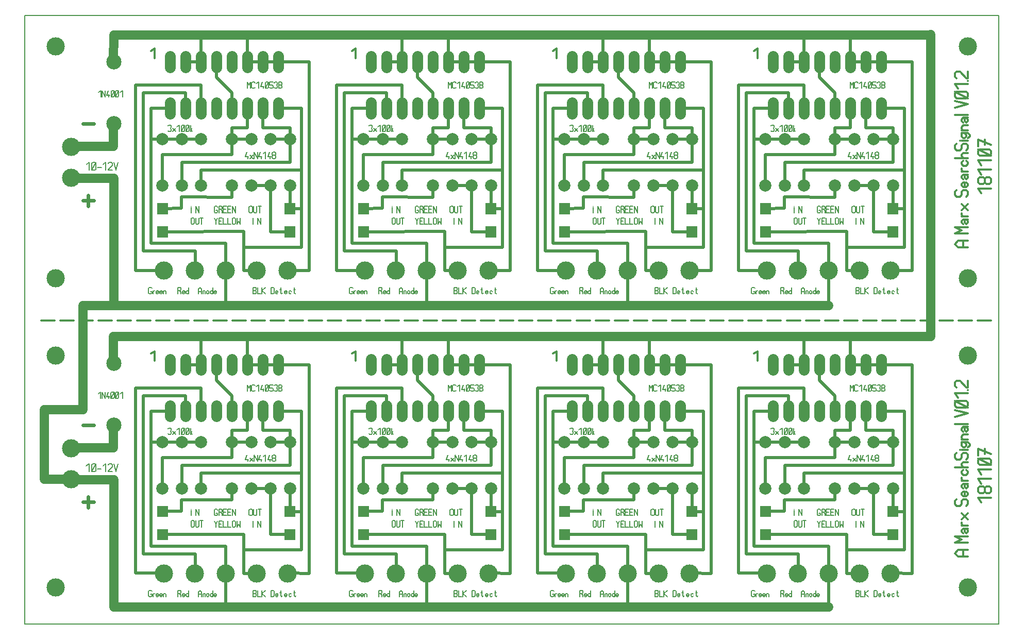
<source format=gbr>
%FSLAX32Y32*%
%MOMM*%
%LNKUPFERSEITE2*%
G71*
G01*
%ADD10C, 0.20*%
%ADD11C, 0.30*%
%ADD12C, 1.80*%
%ADD13C, 2.00*%
%ADD14C, 0.50*%
%ADD15C, 0.16*%
%ADD16C, 1.50*%
%ADD17C, 0.34*%
%ADD18C, 0.60*%
%ADD19C, 3.00*%
%ADD20C, 2.50*%
%ADD21C, 3.00*%
%LPD*%
G54D10*
X0Y0D02*
X16000Y0D01*
X16000Y10000D01*
X0Y10000D01*
X0Y0D01*
G54D11*
X268Y4991D02*
X488Y4991D01*
G54D11*
X582Y4991D02*
X802Y4991D01*
G54D11*
X896Y4991D02*
X1116Y4991D01*
G54D11*
X1210Y4991D02*
X1430Y4991D01*
G54D11*
X1524Y4991D02*
X1744Y4991D01*
G54D11*
X1838Y4991D02*
X2058Y4991D01*
G54D11*
X2152Y4991D02*
X2372Y4991D01*
G54D11*
X2466Y4991D02*
X2686Y4991D01*
G54D11*
X2780Y4991D02*
X3000Y4991D01*
G54D11*
X3094Y4991D02*
X3314Y4991D01*
G54D11*
X3408Y4991D02*
X3628Y4991D01*
G54D11*
X3722Y4991D02*
X3942Y4991D01*
G54D11*
X4036Y4991D02*
X4256Y4991D01*
G54D11*
X4350Y4991D02*
X4570Y4991D01*
G54D11*
X4664Y4991D02*
X4884Y4991D01*
G54D11*
X4978Y4991D02*
X5198Y4991D01*
G54D11*
X5292Y4991D02*
X5512Y4991D01*
G54D11*
X5606Y4991D02*
X5826Y4991D01*
G54D11*
X5920Y4991D02*
X6140Y4991D01*
G54D11*
X6234Y4991D02*
X6454Y4991D01*
G54D11*
X6548Y4991D02*
X6768Y4991D01*
G54D11*
X6862Y4991D02*
X7082Y4991D01*
G54D11*
X7176Y4991D02*
X7396Y4991D01*
G54D11*
X7490Y4991D02*
X7710Y4991D01*
G54D11*
X7804Y4991D02*
X8024Y4991D01*
G54D11*
X8118Y4991D02*
X8338Y4991D01*
G54D11*
X8432Y4991D02*
X8652Y4991D01*
G54D11*
X8746Y4991D02*
X8966Y4991D01*
G54D11*
X9060Y4991D02*
X9280Y4991D01*
G54D11*
X9374Y4991D02*
X9594Y4991D01*
G54D11*
X9688Y4991D02*
X9908Y4991D01*
G54D11*
X10002Y4991D02*
X10222Y4991D01*
G54D11*
X10316Y4991D02*
X10536Y4991D01*
G54D11*
X10630Y4991D02*
X10850Y4991D01*
G54D11*
X10944Y4991D02*
X11164Y4991D01*
G54D11*
X11258Y4991D02*
X11478Y4991D01*
G54D11*
X11572Y4991D02*
X11792Y4991D01*
G54D11*
X11886Y4991D02*
X12106Y4991D01*
G54D11*
X12200Y4991D02*
X12420Y4991D01*
G54D11*
X12514Y4991D02*
X12734Y4991D01*
G54D11*
X12828Y4991D02*
X13048Y4991D01*
G54D11*
X13142Y4991D02*
X13362Y4991D01*
G54D11*
X13456Y4991D02*
X13676Y4991D01*
G54D11*
X13770Y4991D02*
X13990Y4991D01*
G54D11*
X14084Y4991D02*
X14304Y4991D01*
G54D11*
X14398Y4991D02*
X14618Y4991D01*
G54D11*
X14712Y4991D02*
X14932Y4991D01*
G54D11*
X15026Y4991D02*
X15246Y4991D01*
G54D11*
X15340Y4991D02*
X15560Y4991D01*
G54D11*
X15654Y4991D02*
X15874Y4991D01*
G54D12*
X2639Y9329D02*
X2639Y9149D01*
G54D12*
X2893Y9329D02*
X2893Y9149D01*
G54D12*
X3147Y9329D02*
X3147Y9149D01*
G54D12*
X3655Y9329D02*
X3655Y9149D01*
G54D12*
X3909Y9329D02*
X3909Y9149D01*
G54D12*
X3655Y9329D02*
X3655Y9149D01*
G54D12*
X3401Y9329D02*
X3401Y9149D01*
G54D12*
X2385Y9329D02*
X2385Y9149D01*
G54D12*
X2385Y8567D02*
X2385Y8387D01*
G54D12*
X2639Y8567D02*
X2639Y8387D01*
G54D12*
X2893Y8567D02*
X2893Y8387D01*
G54D12*
X3147Y8567D02*
X3147Y8387D01*
G54D12*
X3401Y8567D02*
X3401Y8387D01*
G54D12*
X3655Y8567D02*
X3655Y8387D01*
G54D12*
X3909Y8567D02*
X3909Y8387D01*
G54D12*
X4163Y9329D02*
X4163Y9149D01*
G54D12*
X4163Y8567D02*
X4163Y8387D01*
X2258Y7969D02*
G54D13*
D03*
X2576Y7207D02*
G54D13*
D03*
X2893Y7207D02*
G54D13*
D03*
X2576Y7969D02*
G54D13*
D03*
X2893Y7969D02*
G54D13*
D03*
X2258Y7207D02*
G54D13*
D03*
X3402Y7969D02*
G54D13*
D03*
X3719Y7969D02*
G54D13*
D03*
X3401Y7207D02*
G54D13*
D03*
X4034Y7969D02*
G54D13*
D03*
X3718Y7207D02*
G54D13*
D03*
X4353Y7969D02*
G54D13*
D03*
X4036Y7207D02*
G54D13*
D03*
G54D14*
X3147Y9239D02*
X3147Y8985D01*
X3401Y8731D01*
X3401Y8477D01*
G54D14*
X2639Y9239D02*
X2893Y9239D01*
G54D14*
X2893Y7207D02*
X2893Y7461D01*
X4544Y7461D01*
X4544Y8477D01*
X4163Y8477D01*
X4354Y7207D02*
G54D13*
D03*
G54D14*
X2258Y7969D02*
X2893Y7969D01*
G54D14*
X2575Y7207D02*
X2575Y7588D01*
X4353Y7588D01*
X4353Y7969D01*
X4036Y7969D01*
G54D14*
X2258Y7207D02*
X2258Y7715D01*
X3401Y7715D01*
X3401Y7969D01*
X3719Y7969D01*
G54D14*
X4036Y7207D02*
X3719Y7207D01*
G54D14*
X3655Y8477D02*
X3655Y8159D01*
X3401Y8159D01*
X3401Y7969D01*
G54D14*
X3909Y8477D02*
X3909Y8159D01*
X4353Y8159D01*
X4353Y8033D01*
G54D14*
X4036Y7207D02*
X4036Y6447D01*
X4353Y6447D01*
G54D14*
X4353Y7207D02*
X4353Y6826D01*
G54D14*
X4417Y6826D02*
X4544Y6826D01*
G54D14*
X4544Y7461D02*
X4544Y6193D01*
X3590Y6194D01*
X3591Y6450D01*
X2258Y6447D01*
G36*
X2169Y6916D02*
X2349Y6916D01*
X2349Y6736D01*
X2169Y6736D01*
X2169Y6916D01*
G37*
G36*
X2170Y6534D02*
X2350Y6534D01*
X2350Y6354D01*
X2170Y6354D01*
X2170Y6534D01*
G37*
G36*
X4263Y6916D02*
X4443Y6916D01*
X4443Y6736D01*
X4263Y6736D01*
X4263Y6916D01*
G37*
G36*
X4263Y6535D02*
X4443Y6535D01*
X4443Y6355D01*
X4263Y6355D01*
X4263Y6535D01*
G37*
G54D14*
X2795Y5807D02*
X2795Y6128D01*
X1941Y6129D01*
X1941Y8731D01*
X2639Y8731D01*
X2639Y8477D01*
G54D14*
X2255Y5812D02*
X1813Y5812D01*
X1813Y8858D01*
X2893Y8858D01*
X2893Y8541D01*
G54D14*
X2386Y8478D02*
X2068Y8478D01*
X2068Y6257D01*
X3300Y6256D01*
X3300Y5257D01*
G54D14*
X3654Y9239D02*
X4670Y9239D01*
X4670Y5811D01*
X4350Y5813D01*
G54D14*
X2067Y7969D02*
X2258Y7969D01*
G54D11*
X2068Y9421D02*
X2128Y9461D01*
X2128Y9301D01*
G54D14*
X2265Y6830D02*
X2568Y6831D01*
X2568Y7017D01*
X3403Y7016D01*
X3406Y7208D01*
G54D10*
X3746Y5428D02*
X3746Y5532D01*
X3785Y5532D01*
X3798Y5519D01*
X3798Y5493D01*
X3785Y5480D01*
X3798Y5467D01*
X3798Y5441D01*
X3785Y5428D01*
X3746Y5428D01*
G54D10*
X3746Y5480D02*
X3785Y5480D01*
G54D10*
X3820Y5532D02*
X3820Y5428D01*
X3872Y5428D01*
G54D10*
X3894Y5428D02*
X3894Y5532D01*
G54D10*
X3894Y5480D02*
X3946Y5532D01*
G54D10*
X3894Y5480D02*
X3946Y5428D01*
G54D10*
X4042Y5428D02*
X4042Y5532D01*
X4081Y5532D01*
X4094Y5519D01*
X4094Y5441D01*
X4081Y5428D01*
X4042Y5428D01*
G54D10*
X4155Y5441D02*
X4142Y5428D01*
X4129Y5428D01*
X4116Y5441D01*
X4116Y5467D01*
X4129Y5480D01*
X4142Y5480D01*
X4155Y5467D01*
X4155Y5454D01*
X4116Y5454D01*
G54D10*
X4203Y5532D02*
X4203Y5441D01*
X4216Y5428D01*
X4229Y5441D01*
G54D10*
X4190Y5493D02*
X4216Y5493D01*
G54D10*
X4303Y5441D02*
X4290Y5428D01*
X4277Y5428D01*
X4264Y5441D01*
X4264Y5467D01*
X4277Y5480D01*
X4290Y5480D01*
X4303Y5467D01*
X4303Y5454D01*
X4264Y5454D01*
G54D10*
X4377Y5467D02*
X4364Y5480D01*
X4351Y5480D01*
X4338Y5467D01*
X4338Y5441D01*
X4351Y5428D01*
X4364Y5428D01*
X4377Y5441D01*
G54D10*
X4425Y5532D02*
X4425Y5441D01*
X4438Y5428D01*
X4451Y5441D01*
G54D10*
X4412Y5493D02*
X4438Y5493D01*
G54D14*
X3592Y6189D02*
X3592Y5811D01*
X3845Y5811D01*
G54D15*
X2349Y8186D02*
X2362Y8199D01*
X2388Y8199D01*
X2401Y8186D01*
X2401Y8160D01*
X2388Y8147D01*
X2401Y8134D01*
X2401Y8108D01*
X2388Y8095D01*
X2362Y8095D01*
X2349Y8108D01*
G54D15*
X2423Y8147D02*
X2475Y8095D01*
G54D15*
X2423Y8095D02*
X2475Y8147D01*
G54D15*
X2497Y8173D02*
X2536Y8199D01*
X2536Y8095D01*
G54D15*
X2571Y8108D02*
X2571Y8186D01*
X2584Y8199D01*
X2610Y8199D01*
X2623Y8186D01*
X2623Y8108D01*
X2610Y8095D01*
X2584Y8095D01*
X2571Y8108D01*
G54D15*
X2571Y8095D02*
X2623Y8199D01*
G54D15*
X2645Y8108D02*
X2645Y8186D01*
X2658Y8199D01*
X2684Y8199D01*
X2697Y8186D01*
X2697Y8108D01*
X2684Y8095D01*
X2658Y8095D01*
X2645Y8108D01*
G54D15*
X2645Y8095D02*
X2697Y8199D01*
G54D15*
X2719Y8095D02*
X2719Y8199D01*
G54D15*
X2719Y8121D02*
X2745Y8095D01*
G54D15*
X2719Y8121D02*
X2745Y8147D01*
G54D15*
X3651Y8804D02*
X3651Y8908D01*
X3677Y8856D01*
X3703Y8908D01*
X3703Y8804D01*
G54D15*
X3777Y8817D02*
X3764Y8804D01*
X3738Y8804D01*
X3725Y8817D01*
X3725Y8895D01*
X3738Y8908D01*
X3764Y8908D01*
X3777Y8895D01*
G54D15*
X3799Y8882D02*
X3838Y8908D01*
X3838Y8804D01*
G54D15*
X3899Y8908D02*
X3873Y8830D01*
X3925Y8830D01*
G54D15*
X3912Y8804D02*
X3912Y8843D01*
G54D15*
X3947Y8817D02*
X3947Y8895D01*
X3960Y8908D01*
X3986Y8908D01*
X3999Y8895D01*
X3999Y8817D01*
X3986Y8804D01*
X3960Y8804D01*
X3947Y8817D01*
G54D15*
X3947Y8804D02*
X3999Y8908D01*
G54D15*
X4073Y8908D02*
X4021Y8908D01*
X4021Y8856D01*
X4060Y8856D01*
X4073Y8843D01*
X4073Y8817D01*
X4060Y8804D01*
X4034Y8804D01*
X4021Y8817D01*
G54D15*
X4095Y8895D02*
X4108Y8908D01*
X4134Y8908D01*
X4147Y8895D01*
X4147Y8869D01*
X4134Y8856D01*
X4147Y8843D01*
X4147Y8817D01*
X4134Y8804D01*
X4108Y8804D01*
X4095Y8817D01*
G54D15*
X4169Y8804D02*
X4169Y8908D01*
X4208Y8908D01*
X4221Y8895D01*
X4221Y8869D01*
X4208Y8856D01*
X4221Y8843D01*
X4221Y8817D01*
X4208Y8804D01*
X4169Y8804D01*
G54D15*
X4169Y8856D02*
X4208Y8856D01*
G54D15*
X3645Y7755D02*
X3619Y7677D01*
X3671Y7677D01*
G54D15*
X3658Y7651D02*
X3658Y7690D01*
G54D15*
X3693Y7703D02*
X3745Y7651D01*
G54D15*
X3693Y7651D02*
X3745Y7703D01*
G54D15*
X3767Y7651D02*
X3767Y7755D01*
X3819Y7651D01*
X3819Y7755D01*
G54D15*
X3867Y7755D02*
X3841Y7677D01*
X3893Y7677D01*
G54D15*
X3880Y7651D02*
X3880Y7690D01*
G54D15*
X3915Y7729D02*
X3954Y7755D01*
X3954Y7651D01*
G54D15*
X4015Y7755D02*
X3989Y7677D01*
X4041Y7677D01*
G54D15*
X4028Y7651D02*
X4028Y7690D01*
G54D15*
X4063Y7742D02*
X4076Y7755D01*
X4102Y7755D01*
X4115Y7742D01*
X4115Y7716D01*
X4102Y7703D01*
X4076Y7703D01*
X4063Y7716D01*
X4063Y7742D01*
G54D15*
X4076Y7703D02*
X4063Y7690D01*
X4063Y7664D01*
X4076Y7651D01*
X4102Y7651D01*
X4115Y7664D01*
X4115Y7690D01*
X4102Y7703D01*
G54D10*
X3137Y6801D02*
X3163Y6801D01*
X3163Y6775D01*
X3150Y6762D01*
X3124Y6762D01*
X3111Y6775D01*
X3111Y6853D01*
X3124Y6866D01*
X3150Y6866D01*
X3163Y6853D01*
G54D10*
X3185Y6762D02*
X3185Y6866D01*
X3224Y6866D01*
X3237Y6853D01*
X3237Y6827D01*
X3224Y6814D01*
X3185Y6814D01*
G54D10*
X3211Y6814D02*
X3237Y6788D01*
X3237Y6762D01*
G54D10*
X3311Y6762D02*
X3259Y6762D01*
X3259Y6866D01*
X3311Y6866D01*
G54D10*
X3259Y6814D02*
X3298Y6814D01*
G54D10*
X3385Y6762D02*
X3333Y6762D01*
X3333Y6866D01*
X3385Y6866D01*
G54D10*
X3333Y6814D02*
X3372Y6814D01*
G54D10*
X3407Y6762D02*
X3407Y6866D01*
X3459Y6762D01*
X3459Y6866D01*
G54D10*
X3111Y6675D02*
X3137Y6623D01*
X3137Y6571D01*
G54D10*
X3137Y6623D02*
X3163Y6675D01*
G54D10*
X3237Y6571D02*
X3185Y6571D01*
X3185Y6675D01*
X3237Y6675D01*
G54D10*
X3185Y6623D02*
X3224Y6623D01*
G54D10*
X3259Y6675D02*
X3259Y6571D01*
X3311Y6571D01*
G54D10*
X3333Y6675D02*
X3333Y6571D01*
X3385Y6571D01*
G54D10*
X3407Y6584D02*
X3407Y6662D01*
X3420Y6675D01*
X3446Y6675D01*
X3459Y6662D01*
X3459Y6584D01*
X3446Y6571D01*
X3420Y6571D01*
X3407Y6584D01*
G54D10*
X3481Y6675D02*
X3481Y6571D01*
X3507Y6623D01*
X3533Y6571D01*
X3533Y6675D01*
G54D15*
X2730Y6761D02*
X2730Y6852D01*
G54D15*
X2730Y6865D02*
X2730Y6865D01*
G54D15*
X2804Y6761D02*
X2804Y6865D01*
X2856Y6761D01*
X2856Y6865D01*
G54D15*
X3746Y6571D02*
X3746Y6662D01*
G54D15*
X3746Y6675D02*
X3746Y6675D01*
G54D15*
X3820Y6571D02*
X3820Y6675D01*
X3872Y6571D01*
X3872Y6675D01*
G54D10*
X3682Y6774D02*
X3682Y6852D01*
X3695Y6865D01*
X3721Y6865D01*
X3734Y6852D01*
X3734Y6774D01*
X3721Y6761D01*
X3695Y6761D01*
X3682Y6774D01*
G54D10*
X3756Y6865D02*
X3756Y6774D01*
X3769Y6761D01*
X3795Y6761D01*
X3808Y6774D01*
X3808Y6865D01*
G54D10*
X3856Y6761D02*
X3856Y6865D01*
G54D10*
X3830Y6865D02*
X3882Y6865D01*
G54D10*
X2729Y6585D02*
X2729Y6663D01*
X2742Y6676D01*
X2768Y6676D01*
X2781Y6663D01*
X2781Y6585D01*
X2768Y6572D01*
X2742Y6572D01*
X2729Y6585D01*
G54D10*
X2803Y6676D02*
X2803Y6585D01*
X2816Y6572D01*
X2842Y6572D01*
X2855Y6585D01*
X2855Y6676D01*
G54D10*
X2903Y6572D02*
X2903Y6676D01*
G54D10*
X2877Y6676D02*
X2929Y6676D01*
G54D16*
X13201Y5233D02*
X1460Y5238D01*
X1460Y7325D01*
X763Y7324D01*
G54D16*
X1460Y5238D02*
X952Y5238D01*
X952Y3523D01*
X318Y3523D01*
X318Y2382D01*
X766Y2379D01*
G54D17*
X15713Y7079D02*
X15659Y7160D01*
X15875Y7160D01*
G54D17*
X15686Y7233D02*
X15659Y7260D01*
X15659Y7314D01*
X15686Y7341D01*
X15740Y7341D01*
X15767Y7314D01*
X15767Y7260D01*
X15740Y7233D01*
X15686Y7233D01*
G54D17*
X15767Y7260D02*
X15794Y7233D01*
X15848Y7233D01*
X15875Y7260D01*
X15875Y7314D01*
X15848Y7341D01*
X15794Y7341D01*
X15767Y7314D01*
G54D17*
X15713Y7387D02*
X15659Y7468D01*
X15875Y7468D01*
G54D17*
X15713Y7541D02*
X15659Y7622D01*
X15875Y7622D01*
G54D17*
X15848Y7695D02*
X15686Y7695D01*
X15659Y7722D01*
X15659Y7776D01*
X15686Y7803D01*
X15848Y7803D01*
X15875Y7776D01*
X15875Y7722D01*
X15848Y7695D01*
G54D17*
X15875Y7695D02*
X15659Y7803D01*
G54D17*
X15659Y7849D02*
X15659Y7957D01*
X15875Y7876D01*
G54D17*
X15767Y7876D02*
X15767Y7957D01*
G54D17*
X15713Y1999D02*
X15659Y2080D01*
X15875Y2080D01*
G54D17*
X15686Y2153D02*
X15659Y2180D01*
X15659Y2234D01*
X15686Y2261D01*
X15740Y2261D01*
X15767Y2234D01*
X15767Y2180D01*
X15740Y2153D01*
X15686Y2153D01*
G54D17*
X15767Y2180D02*
X15794Y2153D01*
X15848Y2153D01*
X15875Y2180D01*
X15875Y2234D01*
X15848Y2261D01*
X15794Y2261D01*
X15767Y2234D01*
G54D17*
X15713Y2307D02*
X15659Y2388D01*
X15875Y2388D01*
G54D17*
X15713Y2461D02*
X15659Y2542D01*
X15875Y2542D01*
G54D17*
X15848Y2615D02*
X15686Y2615D01*
X15659Y2642D01*
X15659Y2696D01*
X15686Y2723D01*
X15848Y2723D01*
X15875Y2696D01*
X15875Y2642D01*
X15848Y2615D01*
G54D17*
X15875Y2615D02*
X15659Y2723D01*
G54D17*
X15659Y2769D02*
X15659Y2877D01*
X15875Y2796D01*
G54D17*
X15767Y2796D02*
X15767Y2877D01*
G54D14*
X3655Y9684D02*
X3655Y9238D01*
G54D14*
X2893Y9684D02*
X2893Y9238D01*
G54D16*
X14858Y9683D02*
X1457Y9683D01*
X1456Y9244D01*
G54D16*
X14877Y9690D02*
X14877Y4730D01*
G54D18*
X953Y6958D02*
X1129Y6958D01*
G54D18*
X1041Y7046D02*
X1041Y6870D01*
G54D18*
X953Y8227D02*
X1129Y8227D01*
G54D10*
X1008Y7553D02*
X1056Y7585D01*
X1056Y7457D01*
G54D10*
X1099Y7473D02*
X1099Y7569D01*
X1115Y7585D01*
X1147Y7585D01*
X1163Y7569D01*
X1163Y7473D01*
X1147Y7457D01*
X1115Y7457D01*
X1099Y7473D01*
G54D10*
X1099Y7457D02*
X1163Y7585D01*
G54D10*
X1190Y7505D02*
X1254Y7505D01*
G54D10*
X1280Y7553D02*
X1328Y7585D01*
X1328Y7457D01*
G54D10*
X1371Y7569D02*
X1387Y7585D01*
X1419Y7585D01*
X1435Y7569D01*
X1435Y7537D01*
X1371Y7473D01*
X1371Y7457D01*
X1435Y7457D01*
G54D10*
X1462Y7585D02*
X1494Y7457D01*
X1526Y7585D01*
X2286Y5809D02*
G54D19*
D03*
X2794Y5809D02*
G54D19*
D03*
X3302Y5809D02*
G54D19*
D03*
X3810Y5809D02*
G54D19*
D03*
X4318Y5809D02*
G54D19*
D03*
G54D15*
X2058Y5467D02*
X2084Y5467D01*
X2084Y5441D01*
X2071Y5428D01*
X2045Y5428D01*
X2032Y5441D01*
X2032Y5519D01*
X2045Y5532D01*
X2071Y5532D01*
X2084Y5519D01*
G54D15*
X2106Y5428D02*
X2106Y5480D01*
G54D15*
X2106Y5467D02*
X2119Y5480D01*
X2132Y5480D01*
G54D15*
X2193Y5441D02*
X2180Y5428D01*
X2167Y5428D01*
X2154Y5441D01*
X2154Y5467D01*
X2167Y5480D01*
X2180Y5480D01*
X2193Y5467D01*
X2193Y5454D01*
X2154Y5454D01*
G54D15*
X2254Y5441D02*
X2241Y5428D01*
X2228Y5428D01*
X2215Y5441D01*
X2215Y5467D01*
X2228Y5480D01*
X2241Y5480D01*
X2254Y5467D01*
X2254Y5454D01*
X2215Y5454D01*
G54D15*
X2276Y5428D02*
X2276Y5480D01*
G54D15*
X2276Y5467D02*
X2289Y5480D01*
X2302Y5480D01*
X2315Y5467D01*
X2315Y5428D01*
G54D15*
X2512Y5428D02*
X2512Y5532D01*
X2551Y5532D01*
X2564Y5519D01*
X2564Y5493D01*
X2551Y5480D01*
X2512Y5480D01*
G54D15*
X2538Y5480D02*
X2564Y5454D01*
X2564Y5428D01*
G54D15*
X2625Y5441D02*
X2612Y5428D01*
X2599Y5428D01*
X2586Y5441D01*
X2586Y5467D01*
X2599Y5480D01*
X2612Y5480D01*
X2625Y5467D01*
X2625Y5454D01*
X2586Y5454D01*
G54D15*
X2686Y5428D02*
X2686Y5532D01*
G54D15*
X2686Y5467D02*
X2673Y5480D01*
X2660Y5480D01*
X2647Y5467D01*
X2647Y5441D01*
X2660Y5428D01*
X2673Y5428D01*
X2686Y5441D01*
G54D15*
X2848Y5428D02*
X2848Y5506D01*
X2874Y5532D01*
X2900Y5506D01*
X2900Y5428D01*
G54D15*
X2848Y5467D02*
X2900Y5467D01*
G54D15*
X2922Y5428D02*
X2922Y5480D01*
G54D15*
X2922Y5467D02*
X2935Y5480D01*
X2948Y5480D01*
X2961Y5467D01*
X2961Y5428D01*
G54D15*
X2996Y5428D02*
X2983Y5441D01*
X2983Y5467D01*
X2996Y5480D01*
X3009Y5480D01*
X3022Y5467D01*
X3022Y5441D01*
X3009Y5428D01*
X2996Y5428D01*
G54D15*
X3083Y5428D02*
X3083Y5532D01*
G54D15*
X3083Y5467D02*
X3070Y5480D01*
X3057Y5480D01*
X3044Y5467D01*
X3044Y5441D01*
X3057Y5428D01*
X3070Y5428D01*
X3083Y5441D01*
G54D15*
X3144Y5441D02*
X3131Y5428D01*
X3118Y5428D01*
X3105Y5441D01*
X3105Y5467D01*
X3118Y5480D01*
X3131Y5480D01*
X3144Y5467D01*
X3144Y5454D01*
X3105Y5454D01*
G54D12*
X5941Y9329D02*
X5941Y9149D01*
G54D12*
X6195Y9329D02*
X6195Y9149D01*
G54D12*
X6449Y9329D02*
X6449Y9149D01*
G54D12*
X6957Y9329D02*
X6957Y9149D01*
G54D12*
X7211Y9329D02*
X7211Y9149D01*
G54D12*
X6957Y9329D02*
X6957Y9149D01*
G54D12*
X6703Y9329D02*
X6703Y9149D01*
G54D12*
X5687Y9329D02*
X5687Y9149D01*
G54D12*
X5687Y8567D02*
X5687Y8387D01*
G54D12*
X5941Y8567D02*
X5941Y8387D01*
G54D12*
X6195Y8567D02*
X6195Y8387D01*
G54D12*
X6449Y8567D02*
X6449Y8387D01*
G54D12*
X6703Y8567D02*
X6703Y8387D01*
G54D12*
X6957Y8567D02*
X6957Y8387D01*
G54D12*
X7211Y8567D02*
X7211Y8387D01*
G54D12*
X7465Y9329D02*
X7465Y9149D01*
G54D12*
X7465Y8567D02*
X7465Y8387D01*
X5560Y7969D02*
G54D13*
D03*
X5878Y7207D02*
G54D13*
D03*
X6195Y7207D02*
G54D13*
D03*
X5878Y7969D02*
G54D13*
D03*
X6195Y7969D02*
G54D13*
D03*
X5560Y7207D02*
G54D13*
D03*
X6704Y7969D02*
G54D13*
D03*
X7021Y7969D02*
G54D13*
D03*
X6703Y7207D02*
G54D13*
D03*
X7336Y7969D02*
G54D13*
D03*
X7020Y7207D02*
G54D13*
D03*
X7655Y7969D02*
G54D13*
D03*
X7338Y7207D02*
G54D13*
D03*
G54D14*
X6449Y9239D02*
X6449Y8985D01*
X6703Y8731D01*
X6703Y8477D01*
G54D14*
X5941Y9239D02*
X6195Y9239D01*
G54D14*
X6195Y7207D02*
X6195Y7461D01*
X7846Y7461D01*
X7846Y8477D01*
X7465Y8477D01*
X7656Y7207D02*
G54D13*
D03*
G54D14*
X5560Y7969D02*
X6195Y7969D01*
G54D14*
X5877Y7207D02*
X5877Y7588D01*
X7655Y7588D01*
X7655Y7969D01*
X7338Y7969D01*
G54D14*
X5560Y7207D02*
X5560Y7715D01*
X6703Y7715D01*
X6703Y7969D01*
X7021Y7969D01*
G54D14*
X7338Y7207D02*
X7021Y7207D01*
G54D14*
X6957Y8477D02*
X6957Y8159D01*
X6703Y8159D01*
X6703Y7969D01*
G54D14*
X7211Y8477D02*
X7211Y8159D01*
X7655Y8159D01*
X7655Y8033D01*
G54D14*
X7338Y7207D02*
X7338Y6447D01*
X7655Y6447D01*
G54D14*
X7655Y7207D02*
X7655Y6826D01*
G54D14*
X7719Y6826D02*
X7846Y6826D01*
G54D14*
X7846Y7461D02*
X7846Y6193D01*
X6892Y6194D01*
X6893Y6450D01*
X5560Y6447D01*
G36*
X5471Y6916D02*
X5651Y6916D01*
X5651Y6736D01*
X5471Y6736D01*
X5471Y6916D01*
G37*
G36*
X5472Y6534D02*
X5652Y6534D01*
X5652Y6354D01*
X5472Y6354D01*
X5472Y6534D01*
G37*
G36*
X7565Y6916D02*
X7745Y6916D01*
X7745Y6736D01*
X7565Y6736D01*
X7565Y6916D01*
G37*
G36*
X7565Y6535D02*
X7745Y6535D01*
X7745Y6355D01*
X7565Y6355D01*
X7565Y6535D01*
G37*
G54D14*
X6097Y5807D02*
X6097Y6128D01*
X5243Y6129D01*
X5243Y8731D01*
X5941Y8731D01*
X5941Y8477D01*
G54D14*
X5557Y5812D02*
X5115Y5812D01*
X5115Y8858D01*
X6195Y8858D01*
X6195Y8541D01*
G54D14*
X5688Y8478D02*
X5370Y8478D01*
X5370Y6257D01*
X6602Y6256D01*
X6602Y5257D01*
G54D14*
X6956Y9239D02*
X7972Y9239D01*
X7972Y5811D01*
X7652Y5813D01*
G54D14*
X5369Y7969D02*
X5560Y7969D01*
G54D11*
X5370Y9421D02*
X5430Y9461D01*
X5430Y9301D01*
G54D14*
X5567Y6830D02*
X5870Y6831D01*
X5870Y7017D01*
X6705Y7016D01*
X6708Y7208D01*
G54D10*
X7048Y5428D02*
X7048Y5532D01*
X7087Y5532D01*
X7100Y5519D01*
X7100Y5493D01*
X7087Y5480D01*
X7100Y5467D01*
X7100Y5441D01*
X7087Y5428D01*
X7048Y5428D01*
G54D10*
X7048Y5480D02*
X7087Y5480D01*
G54D10*
X7122Y5532D02*
X7122Y5428D01*
X7174Y5428D01*
G54D10*
X7196Y5428D02*
X7196Y5532D01*
G54D10*
X7196Y5480D02*
X7248Y5532D01*
G54D10*
X7196Y5480D02*
X7248Y5428D01*
G54D10*
X7344Y5428D02*
X7344Y5532D01*
X7383Y5532D01*
X7396Y5519D01*
X7396Y5441D01*
X7383Y5428D01*
X7344Y5428D01*
G54D10*
X7457Y5441D02*
X7444Y5428D01*
X7431Y5428D01*
X7418Y5441D01*
X7418Y5467D01*
X7431Y5480D01*
X7444Y5480D01*
X7457Y5467D01*
X7457Y5454D01*
X7418Y5454D01*
G54D10*
X7505Y5532D02*
X7505Y5441D01*
X7518Y5428D01*
X7531Y5441D01*
G54D10*
X7492Y5493D02*
X7518Y5493D01*
G54D10*
X7605Y5441D02*
X7592Y5428D01*
X7579Y5428D01*
X7566Y5441D01*
X7566Y5467D01*
X7579Y5480D01*
X7592Y5480D01*
X7605Y5467D01*
X7605Y5454D01*
X7566Y5454D01*
G54D10*
X7679Y5467D02*
X7666Y5480D01*
X7653Y5480D01*
X7640Y5467D01*
X7640Y5441D01*
X7653Y5428D01*
X7666Y5428D01*
X7679Y5441D01*
G54D10*
X7727Y5532D02*
X7727Y5441D01*
X7740Y5428D01*
X7753Y5441D01*
G54D10*
X7714Y5493D02*
X7740Y5493D01*
G54D14*
X6894Y6189D02*
X6894Y5811D01*
X7147Y5811D01*
G54D15*
X5651Y8186D02*
X5664Y8199D01*
X5690Y8199D01*
X5703Y8186D01*
X5703Y8160D01*
X5690Y8147D01*
X5703Y8134D01*
X5703Y8108D01*
X5690Y8095D01*
X5664Y8095D01*
X5651Y8108D01*
G54D15*
X5725Y8147D02*
X5777Y8095D01*
G54D15*
X5725Y8095D02*
X5777Y8147D01*
G54D15*
X5799Y8173D02*
X5838Y8199D01*
X5838Y8095D01*
G54D15*
X5873Y8108D02*
X5873Y8186D01*
X5886Y8199D01*
X5912Y8199D01*
X5925Y8186D01*
X5925Y8108D01*
X5912Y8095D01*
X5886Y8095D01*
X5873Y8108D01*
G54D15*
X5873Y8095D02*
X5925Y8199D01*
G54D15*
X5947Y8108D02*
X5947Y8186D01*
X5960Y8199D01*
X5986Y8199D01*
X5999Y8186D01*
X5999Y8108D01*
X5986Y8095D01*
X5960Y8095D01*
X5947Y8108D01*
G54D15*
X5947Y8095D02*
X5999Y8199D01*
G54D15*
X6021Y8095D02*
X6021Y8199D01*
G54D15*
X6021Y8121D02*
X6047Y8095D01*
G54D15*
X6021Y8121D02*
X6047Y8147D01*
G54D15*
X6953Y8804D02*
X6953Y8908D01*
X6979Y8856D01*
X7005Y8908D01*
X7005Y8804D01*
G54D15*
X7079Y8817D02*
X7066Y8804D01*
X7040Y8804D01*
X7027Y8817D01*
X7027Y8895D01*
X7040Y8908D01*
X7066Y8908D01*
X7079Y8895D01*
G54D15*
X7101Y8882D02*
X7140Y8908D01*
X7140Y8804D01*
G54D15*
X7201Y8908D02*
X7175Y8830D01*
X7227Y8830D01*
G54D15*
X7214Y8804D02*
X7214Y8843D01*
G54D15*
X7249Y8817D02*
X7249Y8895D01*
X7262Y8908D01*
X7288Y8908D01*
X7301Y8895D01*
X7301Y8817D01*
X7288Y8804D01*
X7262Y8804D01*
X7249Y8817D01*
G54D15*
X7249Y8804D02*
X7301Y8908D01*
G54D15*
X7375Y8908D02*
X7323Y8908D01*
X7323Y8856D01*
X7362Y8856D01*
X7375Y8843D01*
X7375Y8817D01*
X7362Y8804D01*
X7336Y8804D01*
X7323Y8817D01*
G54D15*
X7397Y8895D02*
X7410Y8908D01*
X7436Y8908D01*
X7449Y8895D01*
X7449Y8869D01*
X7436Y8856D01*
X7449Y8843D01*
X7449Y8817D01*
X7436Y8804D01*
X7410Y8804D01*
X7397Y8817D01*
G54D15*
X7471Y8804D02*
X7471Y8908D01*
X7510Y8908D01*
X7523Y8895D01*
X7523Y8869D01*
X7510Y8856D01*
X7523Y8843D01*
X7523Y8817D01*
X7510Y8804D01*
X7471Y8804D01*
G54D15*
X7471Y8856D02*
X7510Y8856D01*
G54D15*
X6947Y7755D02*
X6921Y7677D01*
X6973Y7677D01*
G54D15*
X6960Y7651D02*
X6960Y7690D01*
G54D15*
X6995Y7703D02*
X7047Y7651D01*
G54D15*
X6995Y7651D02*
X7047Y7703D01*
G54D15*
X7069Y7651D02*
X7069Y7755D01*
X7121Y7651D01*
X7121Y7755D01*
G54D15*
X7169Y7755D02*
X7143Y7677D01*
X7195Y7677D01*
G54D15*
X7182Y7651D02*
X7182Y7690D01*
G54D15*
X7217Y7729D02*
X7256Y7755D01*
X7256Y7651D01*
G54D15*
X7317Y7755D02*
X7291Y7677D01*
X7343Y7677D01*
G54D15*
X7330Y7651D02*
X7330Y7690D01*
G54D15*
X7365Y7742D02*
X7378Y7755D01*
X7404Y7755D01*
X7417Y7742D01*
X7417Y7716D01*
X7404Y7703D01*
X7378Y7703D01*
X7365Y7716D01*
X7365Y7742D01*
G54D15*
X7378Y7703D02*
X7365Y7690D01*
X7365Y7664D01*
X7378Y7651D01*
X7404Y7651D01*
X7417Y7664D01*
X7417Y7690D01*
X7404Y7703D01*
G54D10*
X6439Y6801D02*
X6465Y6801D01*
X6465Y6775D01*
X6452Y6762D01*
X6426Y6762D01*
X6413Y6775D01*
X6413Y6853D01*
X6426Y6866D01*
X6452Y6866D01*
X6465Y6853D01*
G54D10*
X6487Y6762D02*
X6487Y6866D01*
X6526Y6866D01*
X6539Y6853D01*
X6539Y6827D01*
X6526Y6814D01*
X6487Y6814D01*
G54D10*
X6513Y6814D02*
X6539Y6788D01*
X6539Y6762D01*
G54D10*
X6613Y6762D02*
X6561Y6762D01*
X6561Y6866D01*
X6613Y6866D01*
G54D10*
X6561Y6814D02*
X6600Y6814D01*
G54D10*
X6687Y6762D02*
X6635Y6762D01*
X6635Y6866D01*
X6687Y6866D01*
G54D10*
X6635Y6814D02*
X6674Y6814D01*
G54D10*
X6709Y6762D02*
X6709Y6866D01*
X6761Y6762D01*
X6761Y6866D01*
G54D10*
X6413Y6675D02*
X6439Y6623D01*
X6439Y6571D01*
G54D10*
X6439Y6623D02*
X6465Y6675D01*
G54D10*
X6539Y6571D02*
X6487Y6571D01*
X6487Y6675D01*
X6539Y6675D01*
G54D10*
X6487Y6623D02*
X6526Y6623D01*
G54D10*
X6561Y6675D02*
X6561Y6571D01*
X6613Y6571D01*
G54D10*
X6635Y6675D02*
X6635Y6571D01*
X6687Y6571D01*
G54D10*
X6709Y6584D02*
X6709Y6662D01*
X6722Y6675D01*
X6748Y6675D01*
X6761Y6662D01*
X6761Y6584D01*
X6748Y6571D01*
X6722Y6571D01*
X6709Y6584D01*
G54D10*
X6783Y6675D02*
X6783Y6571D01*
X6809Y6623D01*
X6835Y6571D01*
X6835Y6675D01*
G54D15*
X6032Y6761D02*
X6032Y6852D01*
G54D15*
X6032Y6865D02*
X6032Y6865D01*
G54D15*
X6106Y6761D02*
X6106Y6865D01*
X6158Y6761D01*
X6158Y6865D01*
G54D15*
X7048Y6571D02*
X7048Y6662D01*
G54D15*
X7048Y6675D02*
X7048Y6675D01*
G54D15*
X7122Y6571D02*
X7122Y6675D01*
X7174Y6571D01*
X7174Y6675D01*
G54D10*
X6984Y6774D02*
X6984Y6852D01*
X6997Y6865D01*
X7023Y6865D01*
X7036Y6852D01*
X7036Y6774D01*
X7023Y6761D01*
X6997Y6761D01*
X6984Y6774D01*
G54D10*
X7058Y6865D02*
X7058Y6774D01*
X7071Y6761D01*
X7097Y6761D01*
X7110Y6774D01*
X7110Y6865D01*
G54D10*
X7158Y6761D02*
X7158Y6865D01*
G54D10*
X7132Y6865D02*
X7184Y6865D01*
G54D10*
X6031Y6585D02*
X6031Y6663D01*
X6044Y6676D01*
X6070Y6676D01*
X6083Y6663D01*
X6083Y6585D01*
X6070Y6572D01*
X6044Y6572D01*
X6031Y6585D01*
G54D10*
X6105Y6676D02*
X6105Y6585D01*
X6118Y6572D01*
X6144Y6572D01*
X6157Y6585D01*
X6157Y6676D01*
G54D10*
X6205Y6572D02*
X6205Y6676D01*
G54D10*
X6179Y6676D02*
X6231Y6676D01*
G54D14*
X6957Y9684D02*
X6957Y9238D01*
G54D14*
X6195Y9684D02*
X6195Y9238D01*
X5588Y5809D02*
G54D19*
D03*
X6096Y5809D02*
G54D19*
D03*
X6604Y5809D02*
G54D19*
D03*
X7112Y5809D02*
G54D19*
D03*
X7620Y5809D02*
G54D19*
D03*
G54D15*
X5360Y5467D02*
X5386Y5467D01*
X5386Y5441D01*
X5373Y5428D01*
X5347Y5428D01*
X5334Y5441D01*
X5334Y5519D01*
X5347Y5532D01*
X5373Y5532D01*
X5386Y5519D01*
G54D15*
X5408Y5428D02*
X5408Y5480D01*
G54D15*
X5408Y5467D02*
X5421Y5480D01*
X5434Y5480D01*
G54D15*
X5495Y5441D02*
X5482Y5428D01*
X5469Y5428D01*
X5456Y5441D01*
X5456Y5467D01*
X5469Y5480D01*
X5482Y5480D01*
X5495Y5467D01*
X5495Y5454D01*
X5456Y5454D01*
G54D15*
X5556Y5441D02*
X5543Y5428D01*
X5530Y5428D01*
X5517Y5441D01*
X5517Y5467D01*
X5530Y5480D01*
X5543Y5480D01*
X5556Y5467D01*
X5556Y5454D01*
X5517Y5454D01*
G54D15*
X5578Y5428D02*
X5578Y5480D01*
G54D15*
X5578Y5467D02*
X5591Y5480D01*
X5604Y5480D01*
X5617Y5467D01*
X5617Y5428D01*
G54D15*
X5814Y5428D02*
X5814Y5532D01*
X5853Y5532D01*
X5866Y5519D01*
X5866Y5493D01*
X5853Y5480D01*
X5814Y5480D01*
G54D15*
X5840Y5480D02*
X5866Y5454D01*
X5866Y5428D01*
G54D15*
X5927Y5441D02*
X5914Y5428D01*
X5901Y5428D01*
X5888Y5441D01*
X5888Y5467D01*
X5901Y5480D01*
X5914Y5480D01*
X5927Y5467D01*
X5927Y5454D01*
X5888Y5454D01*
G54D15*
X5988Y5428D02*
X5988Y5532D01*
G54D15*
X5988Y5467D02*
X5975Y5480D01*
X5962Y5480D01*
X5949Y5467D01*
X5949Y5441D01*
X5962Y5428D01*
X5975Y5428D01*
X5988Y5441D01*
G54D15*
X6150Y5428D02*
X6150Y5506D01*
X6176Y5532D01*
X6202Y5506D01*
X6202Y5428D01*
G54D15*
X6150Y5467D02*
X6202Y5467D01*
G54D15*
X6224Y5428D02*
X6224Y5480D01*
G54D15*
X6224Y5467D02*
X6237Y5480D01*
X6250Y5480D01*
X6263Y5467D01*
X6263Y5428D01*
G54D15*
X6298Y5428D02*
X6285Y5441D01*
X6285Y5467D01*
X6298Y5480D01*
X6311Y5480D01*
X6324Y5467D01*
X6324Y5441D01*
X6311Y5428D01*
X6298Y5428D01*
G54D15*
X6385Y5428D02*
X6385Y5532D01*
G54D15*
X6385Y5467D02*
X6372Y5480D01*
X6359Y5480D01*
X6346Y5467D01*
X6346Y5441D01*
X6359Y5428D01*
X6372Y5428D01*
X6385Y5441D01*
G54D15*
X6446Y5441D02*
X6433Y5428D01*
X6420Y5428D01*
X6407Y5441D01*
X6407Y5467D01*
X6420Y5480D01*
X6433Y5480D01*
X6446Y5467D01*
X6446Y5454D01*
X6407Y5454D01*
G54D12*
X9243Y9329D02*
X9243Y9149D01*
G54D12*
X9497Y9329D02*
X9497Y9149D01*
G54D12*
X9751Y9329D02*
X9751Y9149D01*
G54D12*
X10259Y9329D02*
X10259Y9149D01*
G54D12*
X10513Y9329D02*
X10513Y9149D01*
G54D12*
X10259Y9329D02*
X10259Y9149D01*
G54D12*
X10005Y9329D02*
X10005Y9149D01*
G54D12*
X8989Y9329D02*
X8989Y9149D01*
G54D12*
X8989Y8567D02*
X8989Y8387D01*
G54D12*
X9243Y8567D02*
X9243Y8387D01*
G54D12*
X9497Y8567D02*
X9497Y8387D01*
G54D12*
X9751Y8567D02*
X9751Y8387D01*
G54D12*
X10005Y8567D02*
X10005Y8387D01*
G54D12*
X10259Y8567D02*
X10259Y8387D01*
G54D12*
X10513Y8567D02*
X10513Y8387D01*
G54D12*
X10767Y9329D02*
X10767Y9149D01*
G54D12*
X10767Y8567D02*
X10767Y8387D01*
X8862Y7969D02*
G54D13*
D03*
X9180Y7207D02*
G54D13*
D03*
X9497Y7207D02*
G54D13*
D03*
X9180Y7969D02*
G54D13*
D03*
X9497Y7969D02*
G54D13*
D03*
X8862Y7207D02*
G54D13*
D03*
X10006Y7969D02*
G54D13*
D03*
X10323Y7969D02*
G54D13*
D03*
X10005Y7207D02*
G54D13*
D03*
X10638Y7969D02*
G54D13*
D03*
X10322Y7207D02*
G54D13*
D03*
X10957Y7969D02*
G54D13*
D03*
X10640Y7207D02*
G54D13*
D03*
G54D14*
X9751Y9239D02*
X9751Y8985D01*
X10005Y8731D01*
X10005Y8477D01*
G54D14*
X9243Y9239D02*
X9497Y9239D01*
G54D14*
X9497Y7207D02*
X9497Y7461D01*
X11148Y7461D01*
X11148Y8477D01*
X10767Y8477D01*
X10958Y7207D02*
G54D13*
D03*
G54D14*
X8862Y7969D02*
X9497Y7969D01*
G54D14*
X9179Y7207D02*
X9179Y7588D01*
X10957Y7588D01*
X10957Y7969D01*
X10640Y7969D01*
G54D14*
X8862Y7207D02*
X8862Y7715D01*
X10005Y7715D01*
X10005Y7969D01*
X10323Y7969D01*
G54D14*
X10640Y7207D02*
X10323Y7207D01*
G54D14*
X10259Y8477D02*
X10259Y8159D01*
X10005Y8159D01*
X10005Y7969D01*
G54D14*
X10513Y8477D02*
X10513Y8159D01*
X10957Y8159D01*
X10957Y8033D01*
G54D14*
X10640Y7207D02*
X10640Y6447D01*
X10957Y6447D01*
G54D14*
X10957Y7207D02*
X10957Y6826D01*
G54D14*
X11021Y6826D02*
X11148Y6826D01*
G54D14*
X11148Y7461D02*
X11148Y6193D01*
X10194Y6194D01*
X10195Y6450D01*
X8862Y6447D01*
G36*
X8773Y6916D02*
X8953Y6916D01*
X8953Y6736D01*
X8773Y6736D01*
X8773Y6916D01*
G37*
G36*
X8774Y6534D02*
X8954Y6534D01*
X8954Y6354D01*
X8774Y6354D01*
X8774Y6534D01*
G37*
G36*
X10867Y6916D02*
X11047Y6916D01*
X11047Y6736D01*
X10867Y6736D01*
X10867Y6916D01*
G37*
G36*
X10867Y6535D02*
X11047Y6535D01*
X11047Y6355D01*
X10867Y6355D01*
X10867Y6535D01*
G37*
G54D14*
X9399Y5807D02*
X9399Y6128D01*
X8545Y6129D01*
X8545Y8731D01*
X9243Y8731D01*
X9243Y8477D01*
G54D14*
X8859Y5812D02*
X8417Y5812D01*
X8417Y8858D01*
X9497Y8858D01*
X9497Y8541D01*
G54D14*
X8990Y8478D02*
X8672Y8478D01*
X8672Y6257D01*
X9904Y6256D01*
X9904Y5257D01*
G54D14*
X10258Y9239D02*
X11274Y9239D01*
X11274Y5811D01*
X10954Y5813D01*
G54D14*
X8671Y7969D02*
X8862Y7969D01*
G54D11*
X8672Y9421D02*
X8732Y9461D01*
X8732Y9301D01*
G54D14*
X8869Y6830D02*
X9172Y6831D01*
X9172Y7017D01*
X10007Y7016D01*
X10010Y7208D01*
G54D10*
X10350Y5428D02*
X10350Y5532D01*
X10389Y5532D01*
X10402Y5519D01*
X10402Y5493D01*
X10389Y5480D01*
X10402Y5467D01*
X10402Y5441D01*
X10389Y5428D01*
X10350Y5428D01*
G54D10*
X10350Y5480D02*
X10389Y5480D01*
G54D10*
X10424Y5532D02*
X10424Y5428D01*
X10476Y5428D01*
G54D10*
X10498Y5428D02*
X10498Y5532D01*
G54D10*
X10498Y5480D02*
X10550Y5532D01*
G54D10*
X10498Y5480D02*
X10550Y5428D01*
G54D10*
X10646Y5428D02*
X10646Y5532D01*
X10685Y5532D01*
X10698Y5519D01*
X10698Y5441D01*
X10685Y5428D01*
X10646Y5428D01*
G54D10*
X10759Y5441D02*
X10746Y5428D01*
X10733Y5428D01*
X10720Y5441D01*
X10720Y5467D01*
X10733Y5480D01*
X10746Y5480D01*
X10759Y5467D01*
X10759Y5454D01*
X10720Y5454D01*
G54D10*
X10807Y5532D02*
X10807Y5441D01*
X10820Y5428D01*
X10833Y5441D01*
G54D10*
X10794Y5493D02*
X10820Y5493D01*
G54D10*
X10907Y5441D02*
X10894Y5428D01*
X10881Y5428D01*
X10868Y5441D01*
X10868Y5467D01*
X10881Y5480D01*
X10894Y5480D01*
X10907Y5467D01*
X10907Y5454D01*
X10868Y5454D01*
G54D10*
X10981Y5467D02*
X10968Y5480D01*
X10955Y5480D01*
X10942Y5467D01*
X10942Y5441D01*
X10955Y5428D01*
X10968Y5428D01*
X10981Y5441D01*
G54D10*
X11029Y5532D02*
X11029Y5441D01*
X11042Y5428D01*
X11055Y5441D01*
G54D10*
X11016Y5493D02*
X11042Y5493D01*
G54D14*
X10196Y6189D02*
X10196Y5811D01*
X10449Y5811D01*
G54D15*
X8953Y8186D02*
X8966Y8199D01*
X8992Y8199D01*
X9005Y8186D01*
X9005Y8160D01*
X8992Y8147D01*
X9005Y8134D01*
X9005Y8108D01*
X8992Y8095D01*
X8966Y8095D01*
X8953Y8108D01*
G54D15*
X9027Y8147D02*
X9079Y8095D01*
G54D15*
X9027Y8095D02*
X9079Y8147D01*
G54D15*
X9101Y8173D02*
X9140Y8199D01*
X9140Y8095D01*
G54D15*
X9175Y8108D02*
X9175Y8186D01*
X9188Y8199D01*
X9214Y8199D01*
X9227Y8186D01*
X9227Y8108D01*
X9214Y8095D01*
X9188Y8095D01*
X9175Y8108D01*
G54D15*
X9175Y8095D02*
X9227Y8199D01*
G54D15*
X9249Y8108D02*
X9249Y8186D01*
X9262Y8199D01*
X9288Y8199D01*
X9301Y8186D01*
X9301Y8108D01*
X9288Y8095D01*
X9262Y8095D01*
X9249Y8108D01*
G54D15*
X9249Y8095D02*
X9301Y8199D01*
G54D15*
X9323Y8095D02*
X9323Y8199D01*
G54D15*
X9323Y8121D02*
X9349Y8095D01*
G54D15*
X9323Y8121D02*
X9349Y8147D01*
G54D15*
X10255Y8804D02*
X10255Y8908D01*
X10281Y8856D01*
X10307Y8908D01*
X10307Y8804D01*
G54D15*
X10381Y8817D02*
X10368Y8804D01*
X10342Y8804D01*
X10329Y8817D01*
X10329Y8895D01*
X10342Y8908D01*
X10368Y8908D01*
X10381Y8895D01*
G54D15*
X10403Y8882D02*
X10442Y8908D01*
X10442Y8804D01*
G54D15*
X10503Y8908D02*
X10477Y8830D01*
X10529Y8830D01*
G54D15*
X10516Y8804D02*
X10516Y8843D01*
G54D15*
X10551Y8817D02*
X10551Y8895D01*
X10564Y8908D01*
X10590Y8908D01*
X10603Y8895D01*
X10603Y8817D01*
X10590Y8804D01*
X10564Y8804D01*
X10551Y8817D01*
G54D15*
X10551Y8804D02*
X10603Y8908D01*
G54D15*
X10677Y8908D02*
X10625Y8908D01*
X10625Y8856D01*
X10664Y8856D01*
X10677Y8843D01*
X10677Y8817D01*
X10664Y8804D01*
X10638Y8804D01*
X10625Y8817D01*
G54D15*
X10699Y8895D02*
X10712Y8908D01*
X10738Y8908D01*
X10751Y8895D01*
X10751Y8869D01*
X10738Y8856D01*
X10751Y8843D01*
X10751Y8817D01*
X10738Y8804D01*
X10712Y8804D01*
X10699Y8817D01*
G54D15*
X10773Y8804D02*
X10773Y8908D01*
X10812Y8908D01*
X10825Y8895D01*
X10825Y8869D01*
X10812Y8856D01*
X10825Y8843D01*
X10825Y8817D01*
X10812Y8804D01*
X10773Y8804D01*
G54D15*
X10773Y8856D02*
X10812Y8856D01*
G54D15*
X10249Y7755D02*
X10223Y7677D01*
X10275Y7677D01*
G54D15*
X10262Y7651D02*
X10262Y7690D01*
G54D15*
X10297Y7703D02*
X10349Y7651D01*
G54D15*
X10297Y7651D02*
X10349Y7703D01*
G54D15*
X10371Y7651D02*
X10371Y7755D01*
X10423Y7651D01*
X10423Y7755D01*
G54D15*
X10471Y7755D02*
X10445Y7677D01*
X10497Y7677D01*
G54D15*
X10484Y7651D02*
X10484Y7690D01*
G54D15*
X10519Y7729D02*
X10558Y7755D01*
X10558Y7651D01*
G54D15*
X10619Y7755D02*
X10593Y7677D01*
X10645Y7677D01*
G54D15*
X10632Y7651D02*
X10632Y7690D01*
G54D15*
X10667Y7742D02*
X10680Y7755D01*
X10706Y7755D01*
X10719Y7742D01*
X10719Y7716D01*
X10706Y7703D01*
X10680Y7703D01*
X10667Y7716D01*
X10667Y7742D01*
G54D15*
X10680Y7703D02*
X10667Y7690D01*
X10667Y7664D01*
X10680Y7651D01*
X10706Y7651D01*
X10719Y7664D01*
X10719Y7690D01*
X10706Y7703D01*
G54D10*
X9741Y6801D02*
X9767Y6801D01*
X9767Y6775D01*
X9754Y6762D01*
X9728Y6762D01*
X9715Y6775D01*
X9715Y6853D01*
X9728Y6866D01*
X9754Y6866D01*
X9767Y6853D01*
G54D10*
X9789Y6762D02*
X9789Y6866D01*
X9828Y6866D01*
X9841Y6853D01*
X9841Y6827D01*
X9828Y6814D01*
X9789Y6814D01*
G54D10*
X9815Y6814D02*
X9841Y6788D01*
X9841Y6762D01*
G54D10*
X9915Y6762D02*
X9863Y6762D01*
X9863Y6866D01*
X9915Y6866D01*
G54D10*
X9863Y6814D02*
X9902Y6814D01*
G54D10*
X9989Y6762D02*
X9937Y6762D01*
X9937Y6866D01*
X9989Y6866D01*
G54D10*
X9937Y6814D02*
X9976Y6814D01*
G54D10*
X10011Y6762D02*
X10011Y6866D01*
X10063Y6762D01*
X10063Y6866D01*
G54D10*
X9715Y6675D02*
X9741Y6623D01*
X9741Y6571D01*
G54D10*
X9741Y6623D02*
X9767Y6675D01*
G54D10*
X9841Y6571D02*
X9789Y6571D01*
X9789Y6675D01*
X9841Y6675D01*
G54D10*
X9789Y6623D02*
X9828Y6623D01*
G54D10*
X9863Y6675D02*
X9863Y6571D01*
X9915Y6571D01*
G54D10*
X9937Y6675D02*
X9937Y6571D01*
X9989Y6571D01*
G54D10*
X10011Y6584D02*
X10011Y6662D01*
X10024Y6675D01*
X10050Y6675D01*
X10063Y6662D01*
X10063Y6584D01*
X10050Y6571D01*
X10024Y6571D01*
X10011Y6584D01*
G54D10*
X10085Y6675D02*
X10085Y6571D01*
X10111Y6623D01*
X10137Y6571D01*
X10137Y6675D01*
G54D15*
X9334Y6761D02*
X9334Y6852D01*
G54D15*
X9334Y6865D02*
X9334Y6865D01*
G54D15*
X9408Y6761D02*
X9408Y6865D01*
X9460Y6761D01*
X9460Y6865D01*
G54D15*
X10350Y6571D02*
X10350Y6662D01*
G54D15*
X10350Y6675D02*
X10350Y6675D01*
G54D15*
X10424Y6571D02*
X10424Y6675D01*
X10476Y6571D01*
X10476Y6675D01*
G54D10*
X10286Y6774D02*
X10286Y6852D01*
X10299Y6865D01*
X10325Y6865D01*
X10338Y6852D01*
X10338Y6774D01*
X10325Y6761D01*
X10299Y6761D01*
X10286Y6774D01*
G54D10*
X10360Y6865D02*
X10360Y6774D01*
X10373Y6761D01*
X10399Y6761D01*
X10412Y6774D01*
X10412Y6865D01*
G54D10*
X10460Y6761D02*
X10460Y6865D01*
G54D10*
X10434Y6865D02*
X10486Y6865D01*
G54D10*
X9333Y6585D02*
X9333Y6663D01*
X9346Y6676D01*
X9372Y6676D01*
X9385Y6663D01*
X9385Y6585D01*
X9372Y6572D01*
X9346Y6572D01*
X9333Y6585D01*
G54D10*
X9407Y6676D02*
X9407Y6585D01*
X9420Y6572D01*
X9446Y6572D01*
X9459Y6585D01*
X9459Y6676D01*
G54D10*
X9507Y6572D02*
X9507Y6676D01*
G54D10*
X9481Y6676D02*
X9533Y6676D01*
G54D14*
X10259Y9684D02*
X10259Y9238D01*
G54D14*
X9497Y9684D02*
X9497Y9238D01*
X8890Y5809D02*
G54D19*
D03*
X9398Y5809D02*
G54D19*
D03*
X9906Y5809D02*
G54D19*
D03*
X10414Y5809D02*
G54D19*
D03*
X10922Y5809D02*
G54D19*
D03*
G54D15*
X8662Y5467D02*
X8688Y5467D01*
X8688Y5441D01*
X8675Y5428D01*
X8649Y5428D01*
X8636Y5441D01*
X8636Y5519D01*
X8649Y5532D01*
X8675Y5532D01*
X8688Y5519D01*
G54D15*
X8710Y5428D02*
X8710Y5480D01*
G54D15*
X8710Y5467D02*
X8723Y5480D01*
X8736Y5480D01*
G54D15*
X8797Y5441D02*
X8784Y5428D01*
X8771Y5428D01*
X8758Y5441D01*
X8758Y5467D01*
X8771Y5480D01*
X8784Y5480D01*
X8797Y5467D01*
X8797Y5454D01*
X8758Y5454D01*
G54D15*
X8858Y5441D02*
X8845Y5428D01*
X8832Y5428D01*
X8819Y5441D01*
X8819Y5467D01*
X8832Y5480D01*
X8845Y5480D01*
X8858Y5467D01*
X8858Y5454D01*
X8819Y5454D01*
G54D15*
X8880Y5428D02*
X8880Y5480D01*
G54D15*
X8880Y5467D02*
X8893Y5480D01*
X8906Y5480D01*
X8919Y5467D01*
X8919Y5428D01*
G54D15*
X9116Y5428D02*
X9116Y5532D01*
X9155Y5532D01*
X9168Y5519D01*
X9168Y5493D01*
X9155Y5480D01*
X9116Y5480D01*
G54D15*
X9142Y5480D02*
X9168Y5454D01*
X9168Y5428D01*
G54D15*
X9229Y5441D02*
X9216Y5428D01*
X9203Y5428D01*
X9190Y5441D01*
X9190Y5467D01*
X9203Y5480D01*
X9216Y5480D01*
X9229Y5467D01*
X9229Y5454D01*
X9190Y5454D01*
G54D15*
X9290Y5428D02*
X9290Y5532D01*
G54D15*
X9290Y5467D02*
X9277Y5480D01*
X9264Y5480D01*
X9251Y5467D01*
X9251Y5441D01*
X9264Y5428D01*
X9277Y5428D01*
X9290Y5441D01*
G54D15*
X9452Y5428D02*
X9452Y5506D01*
X9478Y5532D01*
X9504Y5506D01*
X9504Y5428D01*
G54D15*
X9452Y5467D02*
X9504Y5467D01*
G54D15*
X9526Y5428D02*
X9526Y5480D01*
G54D15*
X9526Y5467D02*
X9539Y5480D01*
X9552Y5480D01*
X9565Y5467D01*
X9565Y5428D01*
G54D15*
X9600Y5428D02*
X9587Y5441D01*
X9587Y5467D01*
X9600Y5480D01*
X9613Y5480D01*
X9626Y5467D01*
X9626Y5441D01*
X9613Y5428D01*
X9600Y5428D01*
G54D15*
X9687Y5428D02*
X9687Y5532D01*
G54D15*
X9687Y5467D02*
X9674Y5480D01*
X9661Y5480D01*
X9648Y5467D01*
X9648Y5441D01*
X9661Y5428D01*
X9674Y5428D01*
X9687Y5441D01*
G54D15*
X9748Y5441D02*
X9735Y5428D01*
X9722Y5428D01*
X9709Y5441D01*
X9709Y5467D01*
X9722Y5480D01*
X9735Y5480D01*
X9748Y5467D01*
X9748Y5454D01*
X9709Y5454D01*
G54D12*
X12545Y9329D02*
X12545Y9149D01*
G54D12*
X12799Y9329D02*
X12799Y9149D01*
G54D12*
X13053Y9329D02*
X13053Y9149D01*
G54D12*
X13561Y9329D02*
X13561Y9149D01*
G54D12*
X13815Y9329D02*
X13815Y9149D01*
G54D12*
X13561Y9329D02*
X13561Y9149D01*
G54D12*
X13307Y9329D02*
X13307Y9149D01*
G54D12*
X12291Y9329D02*
X12291Y9149D01*
G54D12*
X12291Y8567D02*
X12291Y8387D01*
G54D12*
X12545Y8567D02*
X12545Y8387D01*
G54D12*
X12799Y8567D02*
X12799Y8387D01*
G54D12*
X13053Y8567D02*
X13053Y8387D01*
G54D12*
X13307Y8567D02*
X13307Y8387D01*
G54D12*
X13561Y8567D02*
X13561Y8387D01*
G54D12*
X13815Y8567D02*
X13815Y8387D01*
G54D12*
X14069Y9329D02*
X14069Y9149D01*
G54D12*
X14069Y8567D02*
X14069Y8387D01*
X12164Y7969D02*
G54D13*
D03*
X12482Y7207D02*
G54D13*
D03*
X12799Y7207D02*
G54D13*
D03*
X12482Y7969D02*
G54D13*
D03*
X12799Y7969D02*
G54D13*
D03*
X12164Y7207D02*
G54D13*
D03*
X13308Y7969D02*
G54D13*
D03*
X13625Y7969D02*
G54D13*
D03*
X13307Y7207D02*
G54D13*
D03*
X13940Y7969D02*
G54D13*
D03*
X13624Y7207D02*
G54D13*
D03*
X14259Y7969D02*
G54D13*
D03*
X13942Y7207D02*
G54D13*
D03*
G54D14*
X13053Y9239D02*
X13053Y8985D01*
X13307Y8731D01*
X13307Y8477D01*
G54D14*
X12545Y9239D02*
X12799Y9239D01*
G54D14*
X12799Y7207D02*
X12799Y7461D01*
X14450Y7461D01*
X14450Y8477D01*
X14069Y8477D01*
X14260Y7207D02*
G54D13*
D03*
G54D14*
X12164Y7969D02*
X12799Y7969D01*
G54D14*
X12481Y7207D02*
X12481Y7588D01*
X14259Y7588D01*
X14259Y7969D01*
X13942Y7969D01*
G54D14*
X12164Y7207D02*
X12164Y7715D01*
X13307Y7715D01*
X13307Y7969D01*
X13625Y7969D01*
G54D14*
X13942Y7207D02*
X13625Y7207D01*
G54D14*
X13561Y8477D02*
X13561Y8159D01*
X13307Y8159D01*
X13307Y7969D01*
G54D14*
X13815Y8477D02*
X13815Y8159D01*
X14259Y8159D01*
X14259Y8033D01*
G54D14*
X13942Y7207D02*
X13942Y6447D01*
X14259Y6447D01*
G54D14*
X14259Y7207D02*
X14259Y6826D01*
G54D14*
X14323Y6826D02*
X14450Y6826D01*
G54D14*
X14450Y7461D02*
X14450Y6193D01*
X13496Y6194D01*
X13497Y6450D01*
X12164Y6447D01*
G36*
X12075Y6916D02*
X12255Y6916D01*
X12255Y6736D01*
X12075Y6736D01*
X12075Y6916D01*
G37*
G36*
X12076Y6534D02*
X12256Y6534D01*
X12256Y6354D01*
X12076Y6354D01*
X12076Y6534D01*
G37*
G36*
X14169Y6916D02*
X14349Y6916D01*
X14349Y6736D01*
X14169Y6736D01*
X14169Y6916D01*
G37*
G36*
X14169Y6535D02*
X14349Y6535D01*
X14349Y6355D01*
X14169Y6355D01*
X14169Y6535D01*
G37*
G54D14*
X12701Y5807D02*
X12701Y6128D01*
X11847Y6129D01*
X11847Y8731D01*
X12545Y8731D01*
X12545Y8477D01*
G54D14*
X12161Y5812D02*
X11719Y5812D01*
X11719Y8858D01*
X12799Y8858D01*
X12799Y8541D01*
G54D14*
X12292Y8478D02*
X11974Y8478D01*
X11974Y6257D01*
X13206Y6256D01*
X13206Y5257D01*
G54D14*
X13560Y9239D02*
X14576Y9239D01*
X14576Y5811D01*
X14256Y5813D01*
G54D14*
X11973Y7969D02*
X12164Y7969D01*
G54D11*
X11974Y9421D02*
X12034Y9461D01*
X12034Y9301D01*
G54D14*
X12171Y6830D02*
X12474Y6831D01*
X12474Y7017D01*
X13309Y7016D01*
X13312Y7208D01*
G54D10*
X13652Y5428D02*
X13652Y5532D01*
X13691Y5532D01*
X13704Y5519D01*
X13704Y5493D01*
X13691Y5480D01*
X13704Y5467D01*
X13704Y5441D01*
X13691Y5428D01*
X13652Y5428D01*
G54D10*
X13652Y5480D02*
X13691Y5480D01*
G54D10*
X13726Y5532D02*
X13726Y5428D01*
X13778Y5428D01*
G54D10*
X13800Y5428D02*
X13800Y5532D01*
G54D10*
X13800Y5480D02*
X13852Y5532D01*
G54D10*
X13800Y5480D02*
X13852Y5428D01*
G54D10*
X13948Y5428D02*
X13948Y5532D01*
X13987Y5532D01*
X14000Y5519D01*
X14000Y5441D01*
X13987Y5428D01*
X13948Y5428D01*
G54D10*
X14061Y5441D02*
X14048Y5428D01*
X14035Y5428D01*
X14022Y5441D01*
X14022Y5467D01*
X14035Y5480D01*
X14048Y5480D01*
X14061Y5467D01*
X14061Y5454D01*
X14022Y5454D01*
G54D10*
X14109Y5532D02*
X14109Y5441D01*
X14122Y5428D01*
X14135Y5441D01*
G54D10*
X14096Y5493D02*
X14122Y5493D01*
G54D10*
X14209Y5441D02*
X14196Y5428D01*
X14183Y5428D01*
X14170Y5441D01*
X14170Y5467D01*
X14183Y5480D01*
X14196Y5480D01*
X14209Y5467D01*
X14209Y5454D01*
X14170Y5454D01*
G54D10*
X14283Y5467D02*
X14270Y5480D01*
X14257Y5480D01*
X14244Y5467D01*
X14244Y5441D01*
X14257Y5428D01*
X14270Y5428D01*
X14283Y5441D01*
G54D10*
X14331Y5532D02*
X14331Y5441D01*
X14344Y5428D01*
X14357Y5441D01*
G54D10*
X14318Y5493D02*
X14344Y5493D01*
G54D14*
X13498Y6189D02*
X13498Y5811D01*
X13751Y5811D01*
G54D15*
X12255Y8186D02*
X12268Y8199D01*
X12294Y8199D01*
X12307Y8186D01*
X12307Y8160D01*
X12294Y8147D01*
X12307Y8134D01*
X12307Y8108D01*
X12294Y8095D01*
X12268Y8095D01*
X12255Y8108D01*
G54D15*
X12329Y8147D02*
X12381Y8095D01*
G54D15*
X12329Y8095D02*
X12381Y8147D01*
G54D15*
X12403Y8173D02*
X12442Y8199D01*
X12442Y8095D01*
G54D15*
X12477Y8108D02*
X12477Y8186D01*
X12490Y8199D01*
X12516Y8199D01*
X12529Y8186D01*
X12529Y8108D01*
X12516Y8095D01*
X12490Y8095D01*
X12477Y8108D01*
G54D15*
X12477Y8095D02*
X12529Y8199D01*
G54D15*
X12551Y8108D02*
X12551Y8186D01*
X12564Y8199D01*
X12590Y8199D01*
X12603Y8186D01*
X12603Y8108D01*
X12590Y8095D01*
X12564Y8095D01*
X12551Y8108D01*
G54D15*
X12551Y8095D02*
X12603Y8199D01*
G54D15*
X12625Y8095D02*
X12625Y8199D01*
G54D15*
X12625Y8121D02*
X12651Y8095D01*
G54D15*
X12625Y8121D02*
X12651Y8147D01*
G54D15*
X13557Y8804D02*
X13557Y8908D01*
X13583Y8856D01*
X13609Y8908D01*
X13609Y8804D01*
G54D15*
X13683Y8817D02*
X13670Y8804D01*
X13644Y8804D01*
X13631Y8817D01*
X13631Y8895D01*
X13644Y8908D01*
X13670Y8908D01*
X13683Y8895D01*
G54D15*
X13705Y8882D02*
X13744Y8908D01*
X13744Y8804D01*
G54D15*
X13805Y8908D02*
X13779Y8830D01*
X13831Y8830D01*
G54D15*
X13818Y8804D02*
X13818Y8843D01*
G54D15*
X13853Y8817D02*
X13853Y8895D01*
X13866Y8908D01*
X13892Y8908D01*
X13905Y8895D01*
X13905Y8817D01*
X13892Y8804D01*
X13866Y8804D01*
X13853Y8817D01*
G54D15*
X13853Y8804D02*
X13905Y8908D01*
G54D15*
X13979Y8908D02*
X13927Y8908D01*
X13927Y8856D01*
X13966Y8856D01*
X13979Y8843D01*
X13979Y8817D01*
X13966Y8804D01*
X13940Y8804D01*
X13927Y8817D01*
G54D15*
X14001Y8895D02*
X14014Y8908D01*
X14040Y8908D01*
X14053Y8895D01*
X14053Y8869D01*
X14040Y8856D01*
X14053Y8843D01*
X14053Y8817D01*
X14040Y8804D01*
X14014Y8804D01*
X14001Y8817D01*
G54D15*
X14075Y8804D02*
X14075Y8908D01*
X14114Y8908D01*
X14127Y8895D01*
X14127Y8869D01*
X14114Y8856D01*
X14127Y8843D01*
X14127Y8817D01*
X14114Y8804D01*
X14075Y8804D01*
G54D15*
X14075Y8856D02*
X14114Y8856D01*
G54D15*
X13551Y7755D02*
X13525Y7677D01*
X13577Y7677D01*
G54D15*
X13564Y7651D02*
X13564Y7690D01*
G54D15*
X13599Y7703D02*
X13651Y7651D01*
G54D15*
X13599Y7651D02*
X13651Y7703D01*
G54D15*
X13673Y7651D02*
X13673Y7755D01*
X13725Y7651D01*
X13725Y7755D01*
G54D15*
X13773Y7755D02*
X13747Y7677D01*
X13799Y7677D01*
G54D15*
X13786Y7651D02*
X13786Y7690D01*
G54D15*
X13821Y7729D02*
X13860Y7755D01*
X13860Y7651D01*
G54D15*
X13921Y7755D02*
X13895Y7677D01*
X13947Y7677D01*
G54D15*
X13934Y7651D02*
X13934Y7690D01*
G54D15*
X13969Y7742D02*
X13982Y7755D01*
X14008Y7755D01*
X14021Y7742D01*
X14021Y7716D01*
X14008Y7703D01*
X13982Y7703D01*
X13969Y7716D01*
X13969Y7742D01*
G54D15*
X13982Y7703D02*
X13969Y7690D01*
X13969Y7664D01*
X13982Y7651D01*
X14008Y7651D01*
X14021Y7664D01*
X14021Y7690D01*
X14008Y7703D01*
G54D10*
X13043Y6801D02*
X13069Y6801D01*
X13069Y6775D01*
X13056Y6762D01*
X13030Y6762D01*
X13017Y6775D01*
X13017Y6853D01*
X13030Y6866D01*
X13056Y6866D01*
X13069Y6853D01*
G54D10*
X13091Y6762D02*
X13091Y6866D01*
X13130Y6866D01*
X13143Y6853D01*
X13143Y6827D01*
X13130Y6814D01*
X13091Y6814D01*
G54D10*
X13117Y6814D02*
X13143Y6788D01*
X13143Y6762D01*
G54D10*
X13217Y6762D02*
X13165Y6762D01*
X13165Y6866D01*
X13217Y6866D01*
G54D10*
X13165Y6814D02*
X13204Y6814D01*
G54D10*
X13291Y6762D02*
X13239Y6762D01*
X13239Y6866D01*
X13291Y6866D01*
G54D10*
X13239Y6814D02*
X13278Y6814D01*
G54D10*
X13313Y6762D02*
X13313Y6866D01*
X13365Y6762D01*
X13365Y6866D01*
G54D10*
X13017Y6675D02*
X13043Y6623D01*
X13043Y6571D01*
G54D10*
X13043Y6623D02*
X13069Y6675D01*
G54D10*
X13143Y6571D02*
X13091Y6571D01*
X13091Y6675D01*
X13143Y6675D01*
G54D10*
X13091Y6623D02*
X13130Y6623D01*
G54D10*
X13165Y6675D02*
X13165Y6571D01*
X13217Y6571D01*
G54D10*
X13239Y6675D02*
X13239Y6571D01*
X13291Y6571D01*
G54D10*
X13313Y6584D02*
X13313Y6662D01*
X13326Y6675D01*
X13352Y6675D01*
X13365Y6662D01*
X13365Y6584D01*
X13352Y6571D01*
X13326Y6571D01*
X13313Y6584D01*
G54D10*
X13387Y6675D02*
X13387Y6571D01*
X13413Y6623D01*
X13439Y6571D01*
X13439Y6675D01*
G54D15*
X12636Y6761D02*
X12636Y6852D01*
G54D15*
X12636Y6865D02*
X12636Y6865D01*
G54D15*
X12710Y6761D02*
X12710Y6865D01*
X12762Y6761D01*
X12762Y6865D01*
G54D15*
X13652Y6571D02*
X13652Y6662D01*
G54D15*
X13652Y6675D02*
X13652Y6675D01*
G54D15*
X13726Y6571D02*
X13726Y6675D01*
X13778Y6571D01*
X13778Y6675D01*
G54D10*
X13588Y6774D02*
X13588Y6852D01*
X13601Y6865D01*
X13627Y6865D01*
X13640Y6852D01*
X13640Y6774D01*
X13627Y6761D01*
X13601Y6761D01*
X13588Y6774D01*
G54D10*
X13662Y6865D02*
X13662Y6774D01*
X13675Y6761D01*
X13701Y6761D01*
X13714Y6774D01*
X13714Y6865D01*
G54D10*
X13762Y6761D02*
X13762Y6865D01*
G54D10*
X13736Y6865D02*
X13788Y6865D01*
G54D10*
X12635Y6585D02*
X12635Y6663D01*
X12648Y6676D01*
X12674Y6676D01*
X12687Y6663D01*
X12687Y6585D01*
X12674Y6572D01*
X12648Y6572D01*
X12635Y6585D01*
G54D10*
X12709Y6676D02*
X12709Y6585D01*
X12722Y6572D01*
X12748Y6572D01*
X12761Y6585D01*
X12761Y6676D01*
G54D10*
X12809Y6572D02*
X12809Y6676D01*
G54D10*
X12783Y6676D02*
X12835Y6676D01*
G54D14*
X13561Y9684D02*
X13561Y9238D01*
G54D14*
X12799Y9684D02*
X12799Y9238D01*
X12192Y5809D02*
G54D19*
D03*
X12700Y5809D02*
G54D19*
D03*
X13208Y5809D02*
G54D19*
D03*
X13716Y5809D02*
G54D19*
D03*
X14224Y5809D02*
G54D19*
D03*
G54D15*
X11964Y5467D02*
X11990Y5467D01*
X11990Y5441D01*
X11977Y5428D01*
X11951Y5428D01*
X11938Y5441D01*
X11938Y5519D01*
X11951Y5532D01*
X11977Y5532D01*
X11990Y5519D01*
G54D15*
X12012Y5428D02*
X12012Y5480D01*
G54D15*
X12012Y5467D02*
X12025Y5480D01*
X12038Y5480D01*
G54D15*
X12099Y5441D02*
X12086Y5428D01*
X12073Y5428D01*
X12060Y5441D01*
X12060Y5467D01*
X12073Y5480D01*
X12086Y5480D01*
X12099Y5467D01*
X12099Y5454D01*
X12060Y5454D01*
G54D15*
X12160Y5441D02*
X12147Y5428D01*
X12134Y5428D01*
X12121Y5441D01*
X12121Y5467D01*
X12134Y5480D01*
X12147Y5480D01*
X12160Y5467D01*
X12160Y5454D01*
X12121Y5454D01*
G54D15*
X12182Y5428D02*
X12182Y5480D01*
G54D15*
X12182Y5467D02*
X12195Y5480D01*
X12208Y5480D01*
X12221Y5467D01*
X12221Y5428D01*
G54D15*
X12418Y5428D02*
X12418Y5532D01*
X12457Y5532D01*
X12470Y5519D01*
X12470Y5493D01*
X12457Y5480D01*
X12418Y5480D01*
G54D15*
X12444Y5480D02*
X12470Y5454D01*
X12470Y5428D01*
G54D15*
X12531Y5441D02*
X12518Y5428D01*
X12505Y5428D01*
X12492Y5441D01*
X12492Y5467D01*
X12505Y5480D01*
X12518Y5480D01*
X12531Y5467D01*
X12531Y5454D01*
X12492Y5454D01*
G54D15*
X12592Y5428D02*
X12592Y5532D01*
G54D15*
X12592Y5467D02*
X12579Y5480D01*
X12566Y5480D01*
X12553Y5467D01*
X12553Y5441D01*
X12566Y5428D01*
X12579Y5428D01*
X12592Y5441D01*
G54D15*
X12754Y5428D02*
X12754Y5506D01*
X12780Y5532D01*
X12806Y5506D01*
X12806Y5428D01*
G54D15*
X12754Y5467D02*
X12806Y5467D01*
G54D15*
X12828Y5428D02*
X12828Y5480D01*
G54D15*
X12828Y5467D02*
X12841Y5480D01*
X12854Y5480D01*
X12867Y5467D01*
X12867Y5428D01*
G54D15*
X12902Y5428D02*
X12889Y5441D01*
X12889Y5467D01*
X12902Y5480D01*
X12915Y5480D01*
X12928Y5467D01*
X12928Y5441D01*
X12915Y5428D01*
X12902Y5428D01*
G54D15*
X12989Y5428D02*
X12989Y5532D01*
G54D15*
X12989Y5467D02*
X12976Y5480D01*
X12963Y5480D01*
X12950Y5467D01*
X12950Y5441D01*
X12963Y5428D01*
X12976Y5428D01*
X12989Y5441D01*
G54D15*
X13050Y5441D02*
X13037Y5428D01*
X13024Y5428D01*
X13011Y5441D01*
X13011Y5467D01*
X13024Y5480D01*
X13037Y5480D01*
X13050Y5467D01*
X13050Y5454D01*
X13011Y5454D01*
G54D12*
X2639Y4353D02*
X2639Y4173D01*
G54D12*
X2893Y4353D02*
X2893Y4173D01*
G54D12*
X3147Y4353D02*
X3147Y4173D01*
G54D12*
X3655Y4353D02*
X3655Y4173D01*
G54D12*
X3909Y4353D02*
X3909Y4173D01*
G54D12*
X3655Y4353D02*
X3655Y4173D01*
G54D12*
X3401Y4353D02*
X3401Y4173D01*
G54D12*
X2385Y4353D02*
X2385Y4173D01*
G54D12*
X2385Y3591D02*
X2385Y3411D01*
G54D12*
X2639Y3591D02*
X2639Y3411D01*
G54D12*
X2893Y3591D02*
X2893Y3411D01*
G54D12*
X3147Y3591D02*
X3147Y3411D01*
G54D12*
X3401Y3591D02*
X3401Y3411D01*
G54D12*
X3655Y3591D02*
X3655Y3411D01*
G54D12*
X3909Y3591D02*
X3909Y3411D01*
G54D12*
X4163Y4353D02*
X4163Y4173D01*
G54D12*
X4163Y3591D02*
X4163Y3411D01*
X2258Y2993D02*
G54D13*
D03*
X2576Y2231D02*
G54D13*
D03*
X2893Y2231D02*
G54D13*
D03*
X2576Y2993D02*
G54D13*
D03*
X2893Y2993D02*
G54D13*
D03*
X2258Y2231D02*
G54D13*
D03*
X3402Y2993D02*
G54D13*
D03*
X3719Y2993D02*
G54D13*
D03*
X3401Y2231D02*
G54D13*
D03*
X4034Y2993D02*
G54D13*
D03*
X3718Y2231D02*
G54D13*
D03*
X4353Y2993D02*
G54D13*
D03*
X4036Y2231D02*
G54D13*
D03*
G54D14*
X3147Y4263D02*
X3147Y4009D01*
X3401Y3755D01*
X3401Y3501D01*
G54D14*
X2639Y4263D02*
X2893Y4263D01*
G54D14*
X2893Y2231D02*
X2893Y2485D01*
X4544Y2485D01*
X4544Y3501D01*
X4163Y3501D01*
X4354Y2231D02*
G54D13*
D03*
G54D14*
X2258Y2993D02*
X2893Y2993D01*
G54D14*
X2575Y2231D02*
X2575Y2612D01*
X4353Y2612D01*
X4353Y2993D01*
X4036Y2993D01*
G54D14*
X2258Y2231D02*
X2258Y2739D01*
X3401Y2739D01*
X3401Y2993D01*
X3719Y2993D01*
G54D14*
X4036Y2231D02*
X3719Y2231D01*
G54D14*
X3655Y3501D02*
X3655Y3183D01*
X3401Y3183D01*
X3401Y2993D01*
G54D14*
X3909Y3501D02*
X3909Y3183D01*
X4353Y3183D01*
X4353Y3057D01*
G54D14*
X4036Y2231D02*
X4036Y1471D01*
X4353Y1471D01*
G54D14*
X4353Y2231D02*
X4353Y1850D01*
G54D14*
X4417Y1850D02*
X4544Y1850D01*
G54D14*
X4544Y2485D02*
X4544Y1217D01*
X3590Y1218D01*
X3591Y1474D01*
X2258Y1471D01*
G36*
X2169Y1940D02*
X2349Y1940D01*
X2349Y1760D01*
X2169Y1760D01*
X2169Y1940D01*
G37*
G36*
X2170Y1558D02*
X2350Y1558D01*
X2350Y1378D01*
X2170Y1378D01*
X2170Y1558D01*
G37*
G36*
X4263Y1940D02*
X4443Y1940D01*
X4443Y1760D01*
X4263Y1760D01*
X4263Y1940D01*
G37*
G36*
X4263Y1559D02*
X4443Y1559D01*
X4443Y1379D01*
X4263Y1379D01*
X4263Y1559D01*
G37*
G54D14*
X2795Y831D02*
X2795Y1152D01*
X1941Y1153D01*
X1941Y3755D01*
X2639Y3755D01*
X2639Y3501D01*
G54D14*
X2255Y836D02*
X1813Y836D01*
X1813Y3882D01*
X2893Y3882D01*
X2893Y3565D01*
G54D14*
X2386Y3502D02*
X2068Y3502D01*
X2068Y1281D01*
X3300Y1280D01*
X3300Y281D01*
G54D14*
X3654Y4263D02*
X4670Y4263D01*
X4670Y835D01*
X4350Y837D01*
G54D14*
X2067Y2993D02*
X2258Y2993D01*
G54D11*
X2068Y4445D02*
X2128Y4485D01*
X2128Y4325D01*
G54D14*
X2265Y1854D02*
X2568Y1855D01*
X2568Y2041D01*
X3403Y2040D01*
X3406Y2232D01*
G54D10*
X3746Y452D02*
X3746Y556D01*
X3785Y556D01*
X3798Y543D01*
X3798Y517D01*
X3785Y504D01*
X3798Y491D01*
X3798Y465D01*
X3785Y452D01*
X3746Y452D01*
G54D10*
X3746Y504D02*
X3785Y504D01*
G54D10*
X3820Y556D02*
X3820Y452D01*
X3872Y452D01*
G54D10*
X3894Y452D02*
X3894Y556D01*
G54D10*
X3894Y504D02*
X3946Y556D01*
G54D10*
X3894Y504D02*
X3946Y452D01*
G54D10*
X4042Y452D02*
X4042Y556D01*
X4081Y556D01*
X4094Y543D01*
X4094Y465D01*
X4081Y452D01*
X4042Y452D01*
G54D10*
X4155Y465D02*
X4142Y452D01*
X4129Y452D01*
X4116Y465D01*
X4116Y491D01*
X4129Y504D01*
X4142Y504D01*
X4155Y491D01*
X4155Y478D01*
X4116Y478D01*
G54D10*
X4203Y556D02*
X4203Y465D01*
X4216Y452D01*
X4229Y465D01*
G54D10*
X4190Y517D02*
X4216Y517D01*
G54D10*
X4303Y465D02*
X4290Y452D01*
X4277Y452D01*
X4264Y465D01*
X4264Y491D01*
X4277Y504D01*
X4290Y504D01*
X4303Y491D01*
X4303Y478D01*
X4264Y478D01*
G54D10*
X4377Y491D02*
X4364Y504D01*
X4351Y504D01*
X4338Y491D01*
X4338Y465D01*
X4351Y452D01*
X4364Y452D01*
X4377Y465D01*
G54D10*
X4425Y556D02*
X4425Y465D01*
X4438Y452D01*
X4451Y465D01*
G54D10*
X4412Y517D02*
X4438Y517D01*
G54D14*
X3592Y1213D02*
X3592Y835D01*
X3845Y835D01*
G54D15*
X2349Y3210D02*
X2362Y3223D01*
X2388Y3223D01*
X2401Y3210D01*
X2401Y3184D01*
X2388Y3171D01*
X2401Y3158D01*
X2401Y3132D01*
X2388Y3119D01*
X2362Y3119D01*
X2349Y3132D01*
G54D15*
X2423Y3171D02*
X2475Y3119D01*
G54D15*
X2423Y3119D02*
X2475Y3171D01*
G54D15*
X2497Y3197D02*
X2536Y3223D01*
X2536Y3119D01*
G54D15*
X2571Y3132D02*
X2571Y3210D01*
X2584Y3223D01*
X2610Y3223D01*
X2623Y3210D01*
X2623Y3132D01*
X2610Y3119D01*
X2584Y3119D01*
X2571Y3132D01*
G54D15*
X2571Y3119D02*
X2623Y3223D01*
G54D15*
X2645Y3132D02*
X2645Y3210D01*
X2658Y3223D01*
X2684Y3223D01*
X2697Y3210D01*
X2697Y3132D01*
X2684Y3119D01*
X2658Y3119D01*
X2645Y3132D01*
G54D15*
X2645Y3119D02*
X2697Y3223D01*
G54D15*
X2719Y3119D02*
X2719Y3223D01*
G54D15*
X2719Y3145D02*
X2745Y3119D01*
G54D15*
X2719Y3145D02*
X2745Y3171D01*
G54D15*
X3651Y3828D02*
X3651Y3932D01*
X3677Y3880D01*
X3703Y3932D01*
X3703Y3828D01*
G54D15*
X3777Y3841D02*
X3764Y3828D01*
X3738Y3828D01*
X3725Y3841D01*
X3725Y3919D01*
X3738Y3932D01*
X3764Y3932D01*
X3777Y3919D01*
G54D15*
X3799Y3906D02*
X3838Y3932D01*
X3838Y3828D01*
G54D15*
X3899Y3932D02*
X3873Y3854D01*
X3925Y3854D01*
G54D15*
X3912Y3828D02*
X3912Y3867D01*
G54D15*
X3947Y3841D02*
X3947Y3919D01*
X3960Y3932D01*
X3986Y3932D01*
X3999Y3919D01*
X3999Y3841D01*
X3986Y3828D01*
X3960Y3828D01*
X3947Y3841D01*
G54D15*
X3947Y3828D02*
X3999Y3932D01*
G54D15*
X4073Y3932D02*
X4021Y3932D01*
X4021Y3880D01*
X4060Y3880D01*
X4073Y3867D01*
X4073Y3841D01*
X4060Y3828D01*
X4034Y3828D01*
X4021Y3841D01*
G54D15*
X4095Y3919D02*
X4108Y3932D01*
X4134Y3932D01*
X4147Y3919D01*
X4147Y3893D01*
X4134Y3880D01*
X4147Y3867D01*
X4147Y3841D01*
X4134Y3828D01*
X4108Y3828D01*
X4095Y3841D01*
G54D15*
X4169Y3828D02*
X4169Y3932D01*
X4208Y3932D01*
X4221Y3919D01*
X4221Y3893D01*
X4208Y3880D01*
X4221Y3867D01*
X4221Y3841D01*
X4208Y3828D01*
X4169Y3828D01*
G54D15*
X4169Y3880D02*
X4208Y3880D01*
G54D15*
X3645Y2779D02*
X3619Y2701D01*
X3671Y2701D01*
G54D15*
X3658Y2675D02*
X3658Y2714D01*
G54D15*
X3693Y2727D02*
X3745Y2675D01*
G54D15*
X3693Y2675D02*
X3745Y2727D01*
G54D15*
X3767Y2675D02*
X3767Y2779D01*
X3819Y2675D01*
X3819Y2779D01*
G54D15*
X3867Y2779D02*
X3841Y2701D01*
X3893Y2701D01*
G54D15*
X3880Y2675D02*
X3880Y2714D01*
G54D15*
X3915Y2753D02*
X3954Y2779D01*
X3954Y2675D01*
G54D15*
X4015Y2779D02*
X3989Y2701D01*
X4041Y2701D01*
G54D15*
X4028Y2675D02*
X4028Y2714D01*
G54D15*
X4063Y2766D02*
X4076Y2779D01*
X4102Y2779D01*
X4115Y2766D01*
X4115Y2740D01*
X4102Y2727D01*
X4076Y2727D01*
X4063Y2740D01*
X4063Y2766D01*
G54D15*
X4076Y2727D02*
X4063Y2714D01*
X4063Y2688D01*
X4076Y2675D01*
X4102Y2675D01*
X4115Y2688D01*
X4115Y2714D01*
X4102Y2727D01*
G54D10*
X3137Y1825D02*
X3163Y1825D01*
X3163Y1799D01*
X3150Y1786D01*
X3124Y1786D01*
X3111Y1799D01*
X3111Y1877D01*
X3124Y1890D01*
X3150Y1890D01*
X3163Y1877D01*
G54D10*
X3185Y1786D02*
X3185Y1890D01*
X3224Y1890D01*
X3237Y1877D01*
X3237Y1851D01*
X3224Y1838D01*
X3185Y1838D01*
G54D10*
X3211Y1838D02*
X3237Y1812D01*
X3237Y1786D01*
G54D10*
X3311Y1786D02*
X3259Y1786D01*
X3259Y1890D01*
X3311Y1890D01*
G54D10*
X3259Y1838D02*
X3298Y1838D01*
G54D10*
X3385Y1786D02*
X3333Y1786D01*
X3333Y1890D01*
X3385Y1890D01*
G54D10*
X3333Y1838D02*
X3372Y1838D01*
G54D10*
X3407Y1786D02*
X3407Y1890D01*
X3459Y1786D01*
X3459Y1890D01*
G54D10*
X3111Y1699D02*
X3137Y1647D01*
X3137Y1595D01*
G54D10*
X3137Y1647D02*
X3163Y1699D01*
G54D10*
X3237Y1595D02*
X3185Y1595D01*
X3185Y1699D01*
X3237Y1699D01*
G54D10*
X3185Y1647D02*
X3224Y1647D01*
G54D10*
X3259Y1699D02*
X3259Y1595D01*
X3311Y1595D01*
G54D10*
X3333Y1699D02*
X3333Y1595D01*
X3385Y1595D01*
G54D10*
X3407Y1608D02*
X3407Y1686D01*
X3420Y1699D01*
X3446Y1699D01*
X3459Y1686D01*
X3459Y1608D01*
X3446Y1595D01*
X3420Y1595D01*
X3407Y1608D01*
G54D10*
X3481Y1699D02*
X3481Y1595D01*
X3507Y1647D01*
X3533Y1595D01*
X3533Y1699D01*
G54D15*
X2730Y1785D02*
X2730Y1876D01*
G54D15*
X2730Y1889D02*
X2730Y1889D01*
G54D15*
X2804Y1785D02*
X2804Y1889D01*
X2856Y1785D01*
X2856Y1889D01*
G54D15*
X3746Y1595D02*
X3746Y1686D01*
G54D15*
X3746Y1699D02*
X3746Y1699D01*
G54D15*
X3820Y1595D02*
X3820Y1699D01*
X3872Y1595D01*
X3872Y1699D01*
G54D10*
X3682Y1798D02*
X3682Y1876D01*
X3695Y1889D01*
X3721Y1889D01*
X3734Y1876D01*
X3734Y1798D01*
X3721Y1785D01*
X3695Y1785D01*
X3682Y1798D01*
G54D10*
X3756Y1889D02*
X3756Y1798D01*
X3769Y1785D01*
X3795Y1785D01*
X3808Y1798D01*
X3808Y1889D01*
G54D10*
X3856Y1785D02*
X3856Y1889D01*
G54D10*
X3830Y1889D02*
X3882Y1889D01*
G54D10*
X2729Y1609D02*
X2729Y1687D01*
X2742Y1700D01*
X2768Y1700D01*
X2781Y1687D01*
X2781Y1609D01*
X2768Y1596D01*
X2742Y1596D01*
X2729Y1609D01*
G54D10*
X2803Y1700D02*
X2803Y1609D01*
X2816Y1596D01*
X2842Y1596D01*
X2855Y1609D01*
X2855Y1700D01*
G54D10*
X2903Y1596D02*
X2903Y1700D01*
G54D10*
X2877Y1700D02*
X2929Y1700D01*
G54D14*
X3655Y4708D02*
X3655Y4262D01*
G54D14*
X2893Y4708D02*
X2893Y4262D01*
X2286Y833D02*
G54D19*
D03*
X2794Y833D02*
G54D19*
D03*
X3302Y833D02*
G54D19*
D03*
X3810Y833D02*
G54D19*
D03*
X4318Y833D02*
G54D19*
D03*
G54D15*
X2058Y491D02*
X2084Y491D01*
X2084Y465D01*
X2071Y452D01*
X2045Y452D01*
X2032Y465D01*
X2032Y543D01*
X2045Y556D01*
X2071Y556D01*
X2084Y543D01*
G54D15*
X2106Y452D02*
X2106Y504D01*
G54D15*
X2106Y491D02*
X2119Y504D01*
X2132Y504D01*
G54D15*
X2193Y465D02*
X2180Y452D01*
X2167Y452D01*
X2154Y465D01*
X2154Y491D01*
X2167Y504D01*
X2180Y504D01*
X2193Y491D01*
X2193Y478D01*
X2154Y478D01*
G54D15*
X2254Y465D02*
X2241Y452D01*
X2228Y452D01*
X2215Y465D01*
X2215Y491D01*
X2228Y504D01*
X2241Y504D01*
X2254Y491D01*
X2254Y478D01*
X2215Y478D01*
G54D15*
X2276Y452D02*
X2276Y504D01*
G54D15*
X2276Y491D02*
X2289Y504D01*
X2302Y504D01*
X2315Y491D01*
X2315Y452D01*
G54D15*
X2512Y452D02*
X2512Y556D01*
X2551Y556D01*
X2564Y543D01*
X2564Y517D01*
X2551Y504D01*
X2512Y504D01*
G54D15*
X2538Y504D02*
X2564Y478D01*
X2564Y452D01*
G54D15*
X2625Y465D02*
X2612Y452D01*
X2599Y452D01*
X2586Y465D01*
X2586Y491D01*
X2599Y504D01*
X2612Y504D01*
X2625Y491D01*
X2625Y478D01*
X2586Y478D01*
G54D15*
X2686Y452D02*
X2686Y556D01*
G54D15*
X2686Y491D02*
X2673Y504D01*
X2660Y504D01*
X2647Y491D01*
X2647Y465D01*
X2660Y452D01*
X2673Y452D01*
X2686Y465D01*
G54D15*
X2848Y452D02*
X2848Y530D01*
X2874Y556D01*
X2900Y530D01*
X2900Y452D01*
G54D15*
X2848Y491D02*
X2900Y491D01*
G54D15*
X2922Y452D02*
X2922Y504D01*
G54D15*
X2922Y491D02*
X2935Y504D01*
X2948Y504D01*
X2961Y491D01*
X2961Y452D01*
G54D15*
X2996Y452D02*
X2983Y465D01*
X2983Y491D01*
X2996Y504D01*
X3009Y504D01*
X3022Y491D01*
X3022Y465D01*
X3009Y452D01*
X2996Y452D01*
G54D15*
X3083Y452D02*
X3083Y556D01*
G54D15*
X3083Y491D02*
X3070Y504D01*
X3057Y504D01*
X3044Y491D01*
X3044Y465D01*
X3057Y452D01*
X3070Y452D01*
X3083Y465D01*
G54D15*
X3144Y465D02*
X3131Y452D01*
X3118Y452D01*
X3105Y465D01*
X3105Y491D01*
X3118Y504D01*
X3131Y504D01*
X3144Y491D01*
X3144Y478D01*
X3105Y478D01*
G54D12*
X5941Y4353D02*
X5941Y4173D01*
G54D12*
X6195Y4353D02*
X6195Y4173D01*
G54D12*
X6449Y4353D02*
X6449Y4173D01*
G54D12*
X6957Y4353D02*
X6957Y4173D01*
G54D12*
X7211Y4353D02*
X7211Y4173D01*
G54D12*
X6957Y4353D02*
X6957Y4173D01*
G54D12*
X6703Y4353D02*
X6703Y4173D01*
G54D12*
X5687Y4353D02*
X5687Y4173D01*
G54D12*
X5687Y3591D02*
X5687Y3411D01*
G54D12*
X5941Y3591D02*
X5941Y3411D01*
G54D12*
X6195Y3591D02*
X6195Y3411D01*
G54D12*
X6449Y3591D02*
X6449Y3411D01*
G54D12*
X6703Y3591D02*
X6703Y3411D01*
G54D12*
X6957Y3591D02*
X6957Y3411D01*
G54D12*
X7211Y3591D02*
X7211Y3411D01*
G54D12*
X7465Y4353D02*
X7465Y4173D01*
G54D12*
X7465Y3591D02*
X7465Y3411D01*
X5560Y2993D02*
G54D13*
D03*
X5878Y2231D02*
G54D13*
D03*
X6195Y2231D02*
G54D13*
D03*
X5878Y2993D02*
G54D13*
D03*
X6195Y2993D02*
G54D13*
D03*
X5560Y2231D02*
G54D13*
D03*
X6704Y2993D02*
G54D13*
D03*
X7021Y2993D02*
G54D13*
D03*
X6703Y2231D02*
G54D13*
D03*
X7336Y2993D02*
G54D13*
D03*
X7020Y2231D02*
G54D13*
D03*
X7655Y2993D02*
G54D13*
D03*
X7338Y2231D02*
G54D13*
D03*
G54D14*
X6449Y4263D02*
X6449Y4009D01*
X6703Y3755D01*
X6703Y3501D01*
G54D14*
X5941Y4263D02*
X6195Y4263D01*
G54D14*
X6195Y2231D02*
X6195Y2485D01*
X7846Y2485D01*
X7846Y3501D01*
X7465Y3501D01*
X7656Y2231D02*
G54D13*
D03*
G54D14*
X5560Y2993D02*
X6195Y2993D01*
G54D14*
X5877Y2231D02*
X5877Y2612D01*
X7655Y2612D01*
X7655Y2993D01*
X7338Y2993D01*
G54D14*
X5560Y2231D02*
X5560Y2739D01*
X6703Y2739D01*
X6703Y2993D01*
X7021Y2993D01*
G54D14*
X7338Y2231D02*
X7021Y2231D01*
G54D14*
X6957Y3501D02*
X6957Y3183D01*
X6703Y3183D01*
X6703Y2993D01*
G54D14*
X7211Y3501D02*
X7211Y3183D01*
X7655Y3183D01*
X7655Y3057D01*
G54D14*
X7338Y2231D02*
X7338Y1471D01*
X7655Y1471D01*
G54D14*
X7655Y2231D02*
X7655Y1850D01*
G54D14*
X7719Y1850D02*
X7846Y1850D01*
G54D14*
X7846Y2485D02*
X7846Y1217D01*
X6892Y1218D01*
X6893Y1474D01*
X5560Y1471D01*
G36*
X5471Y1940D02*
X5651Y1940D01*
X5651Y1760D01*
X5471Y1760D01*
X5471Y1940D01*
G37*
G36*
X5472Y1558D02*
X5652Y1558D01*
X5652Y1378D01*
X5472Y1378D01*
X5472Y1558D01*
G37*
G36*
X7565Y1940D02*
X7745Y1940D01*
X7745Y1760D01*
X7565Y1760D01*
X7565Y1940D01*
G37*
G36*
X7565Y1559D02*
X7745Y1559D01*
X7745Y1379D01*
X7565Y1379D01*
X7565Y1559D01*
G37*
G54D14*
X6097Y831D02*
X6097Y1152D01*
X5243Y1153D01*
X5243Y3755D01*
X5941Y3755D01*
X5941Y3501D01*
G54D14*
X5557Y836D02*
X5115Y836D01*
X5115Y3882D01*
X6195Y3882D01*
X6195Y3565D01*
G54D14*
X5688Y3502D02*
X5370Y3502D01*
X5370Y1281D01*
X6602Y1280D01*
X6602Y281D01*
G54D14*
X6956Y4263D02*
X7972Y4263D01*
X7972Y835D01*
X7652Y837D01*
G54D14*
X5369Y2993D02*
X5560Y2993D01*
G54D11*
X5370Y4445D02*
X5430Y4485D01*
X5430Y4325D01*
G54D14*
X5567Y1854D02*
X5870Y1855D01*
X5870Y2041D01*
X6705Y2040D01*
X6708Y2232D01*
G54D10*
X7048Y452D02*
X7048Y556D01*
X7087Y556D01*
X7100Y543D01*
X7100Y517D01*
X7087Y504D01*
X7100Y491D01*
X7100Y465D01*
X7087Y452D01*
X7048Y452D01*
G54D10*
X7048Y504D02*
X7087Y504D01*
G54D10*
X7122Y556D02*
X7122Y452D01*
X7174Y452D01*
G54D10*
X7196Y452D02*
X7196Y556D01*
G54D10*
X7196Y504D02*
X7248Y556D01*
G54D10*
X7196Y504D02*
X7248Y452D01*
G54D10*
X7344Y452D02*
X7344Y556D01*
X7383Y556D01*
X7396Y543D01*
X7396Y465D01*
X7383Y452D01*
X7344Y452D01*
G54D10*
X7457Y465D02*
X7444Y452D01*
X7431Y452D01*
X7418Y465D01*
X7418Y491D01*
X7431Y504D01*
X7444Y504D01*
X7457Y491D01*
X7457Y478D01*
X7418Y478D01*
G54D10*
X7505Y556D02*
X7505Y465D01*
X7518Y452D01*
X7531Y465D01*
G54D10*
X7492Y517D02*
X7518Y517D01*
G54D10*
X7605Y465D02*
X7592Y452D01*
X7579Y452D01*
X7566Y465D01*
X7566Y491D01*
X7579Y504D01*
X7592Y504D01*
X7605Y491D01*
X7605Y478D01*
X7566Y478D01*
G54D10*
X7679Y491D02*
X7666Y504D01*
X7653Y504D01*
X7640Y491D01*
X7640Y465D01*
X7653Y452D01*
X7666Y452D01*
X7679Y465D01*
G54D10*
X7727Y556D02*
X7727Y465D01*
X7740Y452D01*
X7753Y465D01*
G54D10*
X7714Y517D02*
X7740Y517D01*
G54D14*
X6894Y1213D02*
X6894Y835D01*
X7147Y835D01*
G54D15*
X5651Y3210D02*
X5664Y3223D01*
X5690Y3223D01*
X5703Y3210D01*
X5703Y3184D01*
X5690Y3171D01*
X5703Y3158D01*
X5703Y3132D01*
X5690Y3119D01*
X5664Y3119D01*
X5651Y3132D01*
G54D15*
X5725Y3171D02*
X5777Y3119D01*
G54D15*
X5725Y3119D02*
X5777Y3171D01*
G54D15*
X5799Y3197D02*
X5838Y3223D01*
X5838Y3119D01*
G54D15*
X5873Y3132D02*
X5873Y3210D01*
X5886Y3223D01*
X5912Y3223D01*
X5925Y3210D01*
X5925Y3132D01*
X5912Y3119D01*
X5886Y3119D01*
X5873Y3132D01*
G54D15*
X5873Y3119D02*
X5925Y3223D01*
G54D15*
X5947Y3132D02*
X5947Y3210D01*
X5960Y3223D01*
X5986Y3223D01*
X5999Y3210D01*
X5999Y3132D01*
X5986Y3119D01*
X5960Y3119D01*
X5947Y3132D01*
G54D15*
X5947Y3119D02*
X5999Y3223D01*
G54D15*
X6021Y3119D02*
X6021Y3223D01*
G54D15*
X6021Y3145D02*
X6047Y3119D01*
G54D15*
X6021Y3145D02*
X6047Y3171D01*
G54D15*
X6953Y3828D02*
X6953Y3932D01*
X6979Y3880D01*
X7005Y3932D01*
X7005Y3828D01*
G54D15*
X7079Y3841D02*
X7066Y3828D01*
X7040Y3828D01*
X7027Y3841D01*
X7027Y3919D01*
X7040Y3932D01*
X7066Y3932D01*
X7079Y3919D01*
G54D15*
X7101Y3906D02*
X7140Y3932D01*
X7140Y3828D01*
G54D15*
X7201Y3932D02*
X7175Y3854D01*
X7227Y3854D01*
G54D15*
X7214Y3828D02*
X7214Y3867D01*
G54D15*
X7249Y3841D02*
X7249Y3919D01*
X7262Y3932D01*
X7288Y3932D01*
X7301Y3919D01*
X7301Y3841D01*
X7288Y3828D01*
X7262Y3828D01*
X7249Y3841D01*
G54D15*
X7249Y3828D02*
X7301Y3932D01*
G54D15*
X7375Y3932D02*
X7323Y3932D01*
X7323Y3880D01*
X7362Y3880D01*
X7375Y3867D01*
X7375Y3841D01*
X7362Y3828D01*
X7336Y3828D01*
X7323Y3841D01*
G54D15*
X7397Y3919D02*
X7410Y3932D01*
X7436Y3932D01*
X7449Y3919D01*
X7449Y3893D01*
X7436Y3880D01*
X7449Y3867D01*
X7449Y3841D01*
X7436Y3828D01*
X7410Y3828D01*
X7397Y3841D01*
G54D15*
X7471Y3828D02*
X7471Y3932D01*
X7510Y3932D01*
X7523Y3919D01*
X7523Y3893D01*
X7510Y3880D01*
X7523Y3867D01*
X7523Y3841D01*
X7510Y3828D01*
X7471Y3828D01*
G54D15*
X7471Y3880D02*
X7510Y3880D01*
G54D15*
X6947Y2779D02*
X6921Y2701D01*
X6973Y2701D01*
G54D15*
X6960Y2675D02*
X6960Y2714D01*
G54D15*
X6995Y2727D02*
X7047Y2675D01*
G54D15*
X6995Y2675D02*
X7047Y2727D01*
G54D15*
X7069Y2675D02*
X7069Y2779D01*
X7121Y2675D01*
X7121Y2779D01*
G54D15*
X7169Y2779D02*
X7143Y2701D01*
X7195Y2701D01*
G54D15*
X7182Y2675D02*
X7182Y2714D01*
G54D15*
X7217Y2753D02*
X7256Y2779D01*
X7256Y2675D01*
G54D15*
X7317Y2779D02*
X7291Y2701D01*
X7343Y2701D01*
G54D15*
X7330Y2675D02*
X7330Y2714D01*
G54D15*
X7365Y2766D02*
X7378Y2779D01*
X7404Y2779D01*
X7417Y2766D01*
X7417Y2740D01*
X7404Y2727D01*
X7378Y2727D01*
X7365Y2740D01*
X7365Y2766D01*
G54D15*
X7378Y2727D02*
X7365Y2714D01*
X7365Y2688D01*
X7378Y2675D01*
X7404Y2675D01*
X7417Y2688D01*
X7417Y2714D01*
X7404Y2727D01*
G54D10*
X6439Y1825D02*
X6465Y1825D01*
X6465Y1799D01*
X6452Y1786D01*
X6426Y1786D01*
X6413Y1799D01*
X6413Y1877D01*
X6426Y1890D01*
X6452Y1890D01*
X6465Y1877D01*
G54D10*
X6487Y1786D02*
X6487Y1890D01*
X6526Y1890D01*
X6539Y1877D01*
X6539Y1851D01*
X6526Y1838D01*
X6487Y1838D01*
G54D10*
X6513Y1838D02*
X6539Y1812D01*
X6539Y1786D01*
G54D10*
X6613Y1786D02*
X6561Y1786D01*
X6561Y1890D01*
X6613Y1890D01*
G54D10*
X6561Y1838D02*
X6600Y1838D01*
G54D10*
X6687Y1786D02*
X6635Y1786D01*
X6635Y1890D01*
X6687Y1890D01*
G54D10*
X6635Y1838D02*
X6674Y1838D01*
G54D10*
X6709Y1786D02*
X6709Y1890D01*
X6761Y1786D01*
X6761Y1890D01*
G54D10*
X6413Y1699D02*
X6439Y1647D01*
X6439Y1595D01*
G54D10*
X6439Y1647D02*
X6465Y1699D01*
G54D10*
X6539Y1595D02*
X6487Y1595D01*
X6487Y1699D01*
X6539Y1699D01*
G54D10*
X6487Y1647D02*
X6526Y1647D01*
G54D10*
X6561Y1699D02*
X6561Y1595D01*
X6613Y1595D01*
G54D10*
X6635Y1699D02*
X6635Y1595D01*
X6687Y1595D01*
G54D10*
X6709Y1608D02*
X6709Y1686D01*
X6722Y1699D01*
X6748Y1699D01*
X6761Y1686D01*
X6761Y1608D01*
X6748Y1595D01*
X6722Y1595D01*
X6709Y1608D01*
G54D10*
X6783Y1699D02*
X6783Y1595D01*
X6809Y1647D01*
X6835Y1595D01*
X6835Y1699D01*
G54D15*
X6032Y1785D02*
X6032Y1876D01*
G54D15*
X6032Y1889D02*
X6032Y1889D01*
G54D15*
X6106Y1785D02*
X6106Y1889D01*
X6158Y1785D01*
X6158Y1889D01*
G54D15*
X7048Y1595D02*
X7048Y1686D01*
G54D15*
X7048Y1699D02*
X7048Y1699D01*
G54D15*
X7122Y1595D02*
X7122Y1699D01*
X7174Y1595D01*
X7174Y1699D01*
G54D10*
X6984Y1798D02*
X6984Y1876D01*
X6997Y1889D01*
X7023Y1889D01*
X7036Y1876D01*
X7036Y1798D01*
X7023Y1785D01*
X6997Y1785D01*
X6984Y1798D01*
G54D10*
X7058Y1889D02*
X7058Y1798D01*
X7071Y1785D01*
X7097Y1785D01*
X7110Y1798D01*
X7110Y1889D01*
G54D10*
X7158Y1785D02*
X7158Y1889D01*
G54D10*
X7132Y1889D02*
X7184Y1889D01*
G54D10*
X6031Y1609D02*
X6031Y1687D01*
X6044Y1700D01*
X6070Y1700D01*
X6083Y1687D01*
X6083Y1609D01*
X6070Y1596D01*
X6044Y1596D01*
X6031Y1609D01*
G54D10*
X6105Y1700D02*
X6105Y1609D01*
X6118Y1596D01*
X6144Y1596D01*
X6157Y1609D01*
X6157Y1700D01*
G54D10*
X6205Y1596D02*
X6205Y1700D01*
G54D10*
X6179Y1700D02*
X6231Y1700D01*
G54D14*
X6957Y4708D02*
X6957Y4262D01*
G54D14*
X6195Y4708D02*
X6195Y4262D01*
X5588Y833D02*
G54D19*
D03*
X6096Y833D02*
G54D19*
D03*
X6604Y833D02*
G54D19*
D03*
X7112Y833D02*
G54D19*
D03*
X7620Y833D02*
G54D19*
D03*
G54D15*
X5360Y491D02*
X5386Y491D01*
X5386Y465D01*
X5373Y452D01*
X5347Y452D01*
X5334Y465D01*
X5334Y543D01*
X5347Y556D01*
X5373Y556D01*
X5386Y543D01*
G54D15*
X5408Y452D02*
X5408Y504D01*
G54D15*
X5408Y491D02*
X5421Y504D01*
X5434Y504D01*
G54D15*
X5495Y465D02*
X5482Y452D01*
X5469Y452D01*
X5456Y465D01*
X5456Y491D01*
X5469Y504D01*
X5482Y504D01*
X5495Y491D01*
X5495Y478D01*
X5456Y478D01*
G54D15*
X5556Y465D02*
X5543Y452D01*
X5530Y452D01*
X5517Y465D01*
X5517Y491D01*
X5530Y504D01*
X5543Y504D01*
X5556Y491D01*
X5556Y478D01*
X5517Y478D01*
G54D15*
X5578Y452D02*
X5578Y504D01*
G54D15*
X5578Y491D02*
X5591Y504D01*
X5604Y504D01*
X5617Y491D01*
X5617Y452D01*
G54D15*
X5814Y452D02*
X5814Y556D01*
X5853Y556D01*
X5866Y543D01*
X5866Y517D01*
X5853Y504D01*
X5814Y504D01*
G54D15*
X5840Y504D02*
X5866Y478D01*
X5866Y452D01*
G54D15*
X5927Y465D02*
X5914Y452D01*
X5901Y452D01*
X5888Y465D01*
X5888Y491D01*
X5901Y504D01*
X5914Y504D01*
X5927Y491D01*
X5927Y478D01*
X5888Y478D01*
G54D15*
X5988Y452D02*
X5988Y556D01*
G54D15*
X5988Y491D02*
X5975Y504D01*
X5962Y504D01*
X5949Y491D01*
X5949Y465D01*
X5962Y452D01*
X5975Y452D01*
X5988Y465D01*
G54D15*
X6150Y452D02*
X6150Y530D01*
X6176Y556D01*
X6202Y530D01*
X6202Y452D01*
G54D15*
X6150Y491D02*
X6202Y491D01*
G54D15*
X6224Y452D02*
X6224Y504D01*
G54D15*
X6224Y491D02*
X6237Y504D01*
X6250Y504D01*
X6263Y491D01*
X6263Y452D01*
G54D15*
X6298Y452D02*
X6285Y465D01*
X6285Y491D01*
X6298Y504D01*
X6311Y504D01*
X6324Y491D01*
X6324Y465D01*
X6311Y452D01*
X6298Y452D01*
G54D15*
X6385Y452D02*
X6385Y556D01*
G54D15*
X6385Y491D02*
X6372Y504D01*
X6359Y504D01*
X6346Y491D01*
X6346Y465D01*
X6359Y452D01*
X6372Y452D01*
X6385Y465D01*
G54D15*
X6446Y465D02*
X6433Y452D01*
X6420Y452D01*
X6407Y465D01*
X6407Y491D01*
X6420Y504D01*
X6433Y504D01*
X6446Y491D01*
X6446Y478D01*
X6407Y478D01*
G54D12*
X9243Y4353D02*
X9243Y4173D01*
G54D12*
X9497Y4353D02*
X9497Y4173D01*
G54D12*
X9751Y4353D02*
X9751Y4173D01*
G54D12*
X10259Y4353D02*
X10259Y4173D01*
G54D12*
X10513Y4353D02*
X10513Y4173D01*
G54D12*
X10259Y4353D02*
X10259Y4173D01*
G54D12*
X10005Y4353D02*
X10005Y4173D01*
G54D12*
X8989Y4353D02*
X8989Y4173D01*
G54D12*
X8989Y3591D02*
X8989Y3411D01*
G54D12*
X9243Y3591D02*
X9243Y3411D01*
G54D12*
X9497Y3591D02*
X9497Y3411D01*
G54D12*
X9751Y3591D02*
X9751Y3411D01*
G54D12*
X10005Y3591D02*
X10005Y3411D01*
G54D12*
X10259Y3591D02*
X10259Y3411D01*
G54D12*
X10513Y3591D02*
X10513Y3411D01*
G54D12*
X10767Y4353D02*
X10767Y4173D01*
G54D12*
X10767Y3591D02*
X10767Y3411D01*
X8862Y2993D02*
G54D13*
D03*
X9180Y2231D02*
G54D13*
D03*
X9497Y2231D02*
G54D13*
D03*
X9180Y2993D02*
G54D13*
D03*
X9497Y2993D02*
G54D13*
D03*
X8862Y2231D02*
G54D13*
D03*
X10006Y2993D02*
G54D13*
D03*
X10323Y2993D02*
G54D13*
D03*
X10005Y2231D02*
G54D13*
D03*
X10638Y2993D02*
G54D13*
D03*
X10322Y2231D02*
G54D13*
D03*
X10957Y2993D02*
G54D13*
D03*
X10640Y2231D02*
G54D13*
D03*
G54D14*
X9751Y4263D02*
X9751Y4009D01*
X10005Y3755D01*
X10005Y3501D01*
G54D14*
X9243Y4263D02*
X9497Y4263D01*
G54D14*
X9497Y2231D02*
X9497Y2485D01*
X11148Y2485D01*
X11148Y3501D01*
X10767Y3501D01*
X10958Y2231D02*
G54D13*
D03*
G54D14*
X8862Y2993D02*
X9497Y2993D01*
G54D14*
X9179Y2231D02*
X9179Y2612D01*
X10957Y2612D01*
X10957Y2993D01*
X10640Y2993D01*
G54D14*
X8862Y2231D02*
X8862Y2739D01*
X10005Y2739D01*
X10005Y2993D01*
X10323Y2993D01*
G54D14*
X10640Y2231D02*
X10323Y2231D01*
G54D14*
X10259Y3501D02*
X10259Y3183D01*
X10005Y3183D01*
X10005Y2993D01*
G54D14*
X10513Y3501D02*
X10513Y3183D01*
X10957Y3183D01*
X10957Y3057D01*
G54D14*
X10640Y2231D02*
X10640Y1471D01*
X10957Y1471D01*
G54D14*
X10957Y2231D02*
X10957Y1850D01*
G54D14*
X11021Y1850D02*
X11148Y1850D01*
G54D14*
X11148Y2485D02*
X11148Y1217D01*
X10194Y1218D01*
X10195Y1474D01*
X8862Y1471D01*
G36*
X8773Y1940D02*
X8953Y1940D01*
X8953Y1760D01*
X8773Y1760D01*
X8773Y1940D01*
G37*
G36*
X8774Y1558D02*
X8954Y1558D01*
X8954Y1378D01*
X8774Y1378D01*
X8774Y1558D01*
G37*
G36*
X10867Y1940D02*
X11047Y1940D01*
X11047Y1760D01*
X10867Y1760D01*
X10867Y1940D01*
G37*
G36*
X10867Y1559D02*
X11047Y1559D01*
X11047Y1379D01*
X10867Y1379D01*
X10867Y1559D01*
G37*
G54D14*
X9399Y831D02*
X9399Y1152D01*
X8545Y1153D01*
X8545Y3755D01*
X9243Y3755D01*
X9243Y3501D01*
G54D14*
X8859Y836D02*
X8417Y836D01*
X8417Y3882D01*
X9497Y3882D01*
X9497Y3565D01*
G54D14*
X8990Y3502D02*
X8672Y3502D01*
X8672Y1281D01*
X9904Y1280D01*
X9904Y281D01*
G54D14*
X10258Y4263D02*
X11274Y4263D01*
X11274Y835D01*
X10954Y837D01*
G54D14*
X8671Y2993D02*
X8862Y2993D01*
G54D11*
X8672Y4445D02*
X8732Y4485D01*
X8732Y4325D01*
G54D14*
X8869Y1854D02*
X9172Y1855D01*
X9172Y2041D01*
X10007Y2040D01*
X10010Y2232D01*
G54D10*
X10350Y452D02*
X10350Y556D01*
X10389Y556D01*
X10402Y543D01*
X10402Y517D01*
X10389Y504D01*
X10402Y491D01*
X10402Y465D01*
X10389Y452D01*
X10350Y452D01*
G54D10*
X10350Y504D02*
X10389Y504D01*
G54D10*
X10424Y556D02*
X10424Y452D01*
X10476Y452D01*
G54D10*
X10498Y452D02*
X10498Y556D01*
G54D10*
X10498Y504D02*
X10550Y556D01*
G54D10*
X10498Y504D02*
X10550Y452D01*
G54D10*
X10646Y452D02*
X10646Y556D01*
X10685Y556D01*
X10698Y543D01*
X10698Y465D01*
X10685Y452D01*
X10646Y452D01*
G54D10*
X10759Y465D02*
X10746Y452D01*
X10733Y452D01*
X10720Y465D01*
X10720Y491D01*
X10733Y504D01*
X10746Y504D01*
X10759Y491D01*
X10759Y478D01*
X10720Y478D01*
G54D10*
X10807Y556D02*
X10807Y465D01*
X10820Y452D01*
X10833Y465D01*
G54D10*
X10794Y517D02*
X10820Y517D01*
G54D10*
X10907Y465D02*
X10894Y452D01*
X10881Y452D01*
X10868Y465D01*
X10868Y491D01*
X10881Y504D01*
X10894Y504D01*
X10907Y491D01*
X10907Y478D01*
X10868Y478D01*
G54D10*
X10981Y491D02*
X10968Y504D01*
X10955Y504D01*
X10942Y491D01*
X10942Y465D01*
X10955Y452D01*
X10968Y452D01*
X10981Y465D01*
G54D10*
X11029Y556D02*
X11029Y465D01*
X11042Y452D01*
X11055Y465D01*
G54D10*
X11016Y517D02*
X11042Y517D01*
G54D14*
X10196Y1213D02*
X10196Y835D01*
X10449Y835D01*
G54D15*
X8953Y3210D02*
X8966Y3223D01*
X8992Y3223D01*
X9005Y3210D01*
X9005Y3184D01*
X8992Y3171D01*
X9005Y3158D01*
X9005Y3132D01*
X8992Y3119D01*
X8966Y3119D01*
X8953Y3132D01*
G54D15*
X9027Y3171D02*
X9079Y3119D01*
G54D15*
X9027Y3119D02*
X9079Y3171D01*
G54D15*
X9101Y3197D02*
X9140Y3223D01*
X9140Y3119D01*
G54D15*
X9175Y3132D02*
X9175Y3210D01*
X9188Y3223D01*
X9214Y3223D01*
X9227Y3210D01*
X9227Y3132D01*
X9214Y3119D01*
X9188Y3119D01*
X9175Y3132D01*
G54D15*
X9175Y3119D02*
X9227Y3223D01*
G54D15*
X9249Y3132D02*
X9249Y3210D01*
X9262Y3223D01*
X9288Y3223D01*
X9301Y3210D01*
X9301Y3132D01*
X9288Y3119D01*
X9262Y3119D01*
X9249Y3132D01*
G54D15*
X9249Y3119D02*
X9301Y3223D01*
G54D15*
X9323Y3119D02*
X9323Y3223D01*
G54D15*
X9323Y3145D02*
X9349Y3119D01*
G54D15*
X9323Y3145D02*
X9349Y3171D01*
G54D15*
X10255Y3828D02*
X10255Y3932D01*
X10281Y3880D01*
X10307Y3932D01*
X10307Y3828D01*
G54D15*
X10381Y3841D02*
X10368Y3828D01*
X10342Y3828D01*
X10329Y3841D01*
X10329Y3919D01*
X10342Y3932D01*
X10368Y3932D01*
X10381Y3919D01*
G54D15*
X10403Y3906D02*
X10442Y3932D01*
X10442Y3828D01*
G54D15*
X10503Y3932D02*
X10477Y3854D01*
X10529Y3854D01*
G54D15*
X10516Y3828D02*
X10516Y3867D01*
G54D15*
X10551Y3841D02*
X10551Y3919D01*
X10564Y3932D01*
X10590Y3932D01*
X10603Y3919D01*
X10603Y3841D01*
X10590Y3828D01*
X10564Y3828D01*
X10551Y3841D01*
G54D15*
X10551Y3828D02*
X10603Y3932D01*
G54D15*
X10677Y3932D02*
X10625Y3932D01*
X10625Y3880D01*
X10664Y3880D01*
X10677Y3867D01*
X10677Y3841D01*
X10664Y3828D01*
X10638Y3828D01*
X10625Y3841D01*
G54D15*
X10699Y3919D02*
X10712Y3932D01*
X10738Y3932D01*
X10751Y3919D01*
X10751Y3893D01*
X10738Y3880D01*
X10751Y3867D01*
X10751Y3841D01*
X10738Y3828D01*
X10712Y3828D01*
X10699Y3841D01*
G54D15*
X10773Y3828D02*
X10773Y3932D01*
X10812Y3932D01*
X10825Y3919D01*
X10825Y3893D01*
X10812Y3880D01*
X10825Y3867D01*
X10825Y3841D01*
X10812Y3828D01*
X10773Y3828D01*
G54D15*
X10773Y3880D02*
X10812Y3880D01*
G54D15*
X10249Y2779D02*
X10223Y2701D01*
X10275Y2701D01*
G54D15*
X10262Y2675D02*
X10262Y2714D01*
G54D15*
X10297Y2727D02*
X10349Y2675D01*
G54D15*
X10297Y2675D02*
X10349Y2727D01*
G54D15*
X10371Y2675D02*
X10371Y2779D01*
X10423Y2675D01*
X10423Y2779D01*
G54D15*
X10471Y2779D02*
X10445Y2701D01*
X10497Y2701D01*
G54D15*
X10484Y2675D02*
X10484Y2714D01*
G54D15*
X10519Y2753D02*
X10558Y2779D01*
X10558Y2675D01*
G54D15*
X10619Y2779D02*
X10593Y2701D01*
X10645Y2701D01*
G54D15*
X10632Y2675D02*
X10632Y2714D01*
G54D15*
X10667Y2766D02*
X10680Y2779D01*
X10706Y2779D01*
X10719Y2766D01*
X10719Y2740D01*
X10706Y2727D01*
X10680Y2727D01*
X10667Y2740D01*
X10667Y2766D01*
G54D15*
X10680Y2727D02*
X10667Y2714D01*
X10667Y2688D01*
X10680Y2675D01*
X10706Y2675D01*
X10719Y2688D01*
X10719Y2714D01*
X10706Y2727D01*
G54D10*
X9741Y1825D02*
X9767Y1825D01*
X9767Y1799D01*
X9754Y1786D01*
X9728Y1786D01*
X9715Y1799D01*
X9715Y1877D01*
X9728Y1890D01*
X9754Y1890D01*
X9767Y1877D01*
G54D10*
X9789Y1786D02*
X9789Y1890D01*
X9828Y1890D01*
X9841Y1877D01*
X9841Y1851D01*
X9828Y1838D01*
X9789Y1838D01*
G54D10*
X9815Y1838D02*
X9841Y1812D01*
X9841Y1786D01*
G54D10*
X9915Y1786D02*
X9863Y1786D01*
X9863Y1890D01*
X9915Y1890D01*
G54D10*
X9863Y1838D02*
X9902Y1838D01*
G54D10*
X9989Y1786D02*
X9937Y1786D01*
X9937Y1890D01*
X9989Y1890D01*
G54D10*
X9937Y1838D02*
X9976Y1838D01*
G54D10*
X10011Y1786D02*
X10011Y1890D01*
X10063Y1786D01*
X10063Y1890D01*
G54D10*
X9715Y1699D02*
X9741Y1647D01*
X9741Y1595D01*
G54D10*
X9741Y1647D02*
X9767Y1699D01*
G54D10*
X9841Y1595D02*
X9789Y1595D01*
X9789Y1699D01*
X9841Y1699D01*
G54D10*
X9789Y1647D02*
X9828Y1647D01*
G54D10*
X9863Y1699D02*
X9863Y1595D01*
X9915Y1595D01*
G54D10*
X9937Y1699D02*
X9937Y1595D01*
X9989Y1595D01*
G54D10*
X10011Y1608D02*
X10011Y1686D01*
X10024Y1699D01*
X10050Y1699D01*
X10063Y1686D01*
X10063Y1608D01*
X10050Y1595D01*
X10024Y1595D01*
X10011Y1608D01*
G54D10*
X10085Y1699D02*
X10085Y1595D01*
X10111Y1647D01*
X10137Y1595D01*
X10137Y1699D01*
G54D15*
X9334Y1785D02*
X9334Y1876D01*
G54D15*
X9334Y1889D02*
X9334Y1889D01*
G54D15*
X9408Y1785D02*
X9408Y1889D01*
X9460Y1785D01*
X9460Y1889D01*
G54D15*
X10350Y1595D02*
X10350Y1686D01*
G54D15*
X10350Y1699D02*
X10350Y1699D01*
G54D15*
X10424Y1595D02*
X10424Y1699D01*
X10476Y1595D01*
X10476Y1699D01*
G54D10*
X10286Y1798D02*
X10286Y1876D01*
X10299Y1889D01*
X10325Y1889D01*
X10338Y1876D01*
X10338Y1798D01*
X10325Y1785D01*
X10299Y1785D01*
X10286Y1798D01*
G54D10*
X10360Y1889D02*
X10360Y1798D01*
X10373Y1785D01*
X10399Y1785D01*
X10412Y1798D01*
X10412Y1889D01*
G54D10*
X10460Y1785D02*
X10460Y1889D01*
G54D10*
X10434Y1889D02*
X10486Y1889D01*
G54D10*
X9333Y1609D02*
X9333Y1687D01*
X9346Y1700D01*
X9372Y1700D01*
X9385Y1687D01*
X9385Y1609D01*
X9372Y1596D01*
X9346Y1596D01*
X9333Y1609D01*
G54D10*
X9407Y1700D02*
X9407Y1609D01*
X9420Y1596D01*
X9446Y1596D01*
X9459Y1609D01*
X9459Y1700D01*
G54D10*
X9507Y1596D02*
X9507Y1700D01*
G54D10*
X9481Y1700D02*
X9533Y1700D01*
G54D14*
X10259Y4708D02*
X10259Y4262D01*
G54D14*
X9497Y4708D02*
X9497Y4262D01*
X8890Y833D02*
G54D19*
D03*
X9398Y833D02*
G54D19*
D03*
X9906Y833D02*
G54D19*
D03*
X10414Y833D02*
G54D19*
D03*
X10922Y833D02*
G54D19*
D03*
G54D15*
X8662Y491D02*
X8688Y491D01*
X8688Y465D01*
X8675Y452D01*
X8649Y452D01*
X8636Y465D01*
X8636Y543D01*
X8649Y556D01*
X8675Y556D01*
X8688Y543D01*
G54D15*
X8710Y452D02*
X8710Y504D01*
G54D15*
X8710Y491D02*
X8723Y504D01*
X8736Y504D01*
G54D15*
X8797Y465D02*
X8784Y452D01*
X8771Y452D01*
X8758Y465D01*
X8758Y491D01*
X8771Y504D01*
X8784Y504D01*
X8797Y491D01*
X8797Y478D01*
X8758Y478D01*
G54D15*
X8858Y465D02*
X8845Y452D01*
X8832Y452D01*
X8819Y465D01*
X8819Y491D01*
X8832Y504D01*
X8845Y504D01*
X8858Y491D01*
X8858Y478D01*
X8819Y478D01*
G54D15*
X8880Y452D02*
X8880Y504D01*
G54D15*
X8880Y491D02*
X8893Y504D01*
X8906Y504D01*
X8919Y491D01*
X8919Y452D01*
G54D15*
X9116Y452D02*
X9116Y556D01*
X9155Y556D01*
X9168Y543D01*
X9168Y517D01*
X9155Y504D01*
X9116Y504D01*
G54D15*
X9142Y504D02*
X9168Y478D01*
X9168Y452D01*
G54D15*
X9229Y465D02*
X9216Y452D01*
X9203Y452D01*
X9190Y465D01*
X9190Y491D01*
X9203Y504D01*
X9216Y504D01*
X9229Y491D01*
X9229Y478D01*
X9190Y478D01*
G54D15*
X9290Y452D02*
X9290Y556D01*
G54D15*
X9290Y491D02*
X9277Y504D01*
X9264Y504D01*
X9251Y491D01*
X9251Y465D01*
X9264Y452D01*
X9277Y452D01*
X9290Y465D01*
G54D15*
X9452Y452D02*
X9452Y530D01*
X9478Y556D01*
X9504Y530D01*
X9504Y452D01*
G54D15*
X9452Y491D02*
X9504Y491D01*
G54D15*
X9526Y452D02*
X9526Y504D01*
G54D15*
X9526Y491D02*
X9539Y504D01*
X9552Y504D01*
X9565Y491D01*
X9565Y452D01*
G54D15*
X9600Y452D02*
X9587Y465D01*
X9587Y491D01*
X9600Y504D01*
X9613Y504D01*
X9626Y491D01*
X9626Y465D01*
X9613Y452D01*
X9600Y452D01*
G54D15*
X9687Y452D02*
X9687Y556D01*
G54D15*
X9687Y491D02*
X9674Y504D01*
X9661Y504D01*
X9648Y491D01*
X9648Y465D01*
X9661Y452D01*
X9674Y452D01*
X9687Y465D01*
G54D15*
X9748Y465D02*
X9735Y452D01*
X9722Y452D01*
X9709Y465D01*
X9709Y491D01*
X9722Y504D01*
X9735Y504D01*
X9748Y491D01*
X9748Y478D01*
X9709Y478D01*
G54D12*
X12545Y4353D02*
X12545Y4173D01*
G54D12*
X12799Y4353D02*
X12799Y4173D01*
G54D12*
X13053Y4353D02*
X13053Y4173D01*
G54D12*
X13561Y4353D02*
X13561Y4173D01*
G54D12*
X13815Y4353D02*
X13815Y4173D01*
G54D12*
X13561Y4353D02*
X13561Y4173D01*
G54D12*
X13307Y4353D02*
X13307Y4173D01*
G54D12*
X12291Y4353D02*
X12291Y4173D01*
G54D12*
X12291Y3591D02*
X12291Y3411D01*
G54D12*
X12545Y3591D02*
X12545Y3411D01*
G54D12*
X12799Y3591D02*
X12799Y3411D01*
G54D12*
X13053Y3591D02*
X13053Y3411D01*
G54D12*
X13307Y3591D02*
X13307Y3411D01*
G54D12*
X13561Y3591D02*
X13561Y3411D01*
G54D12*
X13815Y3591D02*
X13815Y3411D01*
G54D12*
X14069Y4353D02*
X14069Y4173D01*
G54D12*
X14069Y3591D02*
X14069Y3411D01*
X12164Y2993D02*
G54D13*
D03*
X12482Y2231D02*
G54D13*
D03*
X12799Y2231D02*
G54D13*
D03*
X12482Y2993D02*
G54D13*
D03*
X12799Y2993D02*
G54D13*
D03*
X12164Y2231D02*
G54D13*
D03*
X13308Y2993D02*
G54D13*
D03*
X13625Y2993D02*
G54D13*
D03*
X13307Y2231D02*
G54D13*
D03*
X13940Y2993D02*
G54D13*
D03*
X13624Y2231D02*
G54D13*
D03*
X14259Y2993D02*
G54D13*
D03*
X13942Y2231D02*
G54D13*
D03*
G54D14*
X13053Y4263D02*
X13053Y4009D01*
X13307Y3755D01*
X13307Y3501D01*
G54D14*
X12545Y4263D02*
X12799Y4263D01*
G54D14*
X12799Y2231D02*
X12799Y2485D01*
X14450Y2485D01*
X14450Y3501D01*
X14069Y3501D01*
X14260Y2231D02*
G54D13*
D03*
G54D14*
X12164Y2993D02*
X12799Y2993D01*
G54D14*
X12481Y2231D02*
X12481Y2612D01*
X14259Y2612D01*
X14259Y2993D01*
X13942Y2993D01*
G54D14*
X12164Y2231D02*
X12164Y2739D01*
X13307Y2739D01*
X13307Y2993D01*
X13625Y2993D01*
G54D14*
X13942Y2231D02*
X13625Y2231D01*
G54D14*
X13561Y3501D02*
X13561Y3183D01*
X13307Y3183D01*
X13307Y2993D01*
G54D14*
X13815Y3501D02*
X13815Y3183D01*
X14259Y3183D01*
X14259Y3057D01*
G54D14*
X13942Y2231D02*
X13942Y1471D01*
X14259Y1471D01*
G54D14*
X14259Y2231D02*
X14259Y1850D01*
G54D14*
X14323Y1850D02*
X14450Y1850D01*
G54D14*
X14450Y2485D02*
X14450Y1217D01*
X13496Y1218D01*
X13497Y1474D01*
X12164Y1471D01*
G36*
X12075Y1940D02*
X12255Y1940D01*
X12255Y1760D01*
X12075Y1760D01*
X12075Y1940D01*
G37*
G36*
X12076Y1558D02*
X12256Y1558D01*
X12256Y1378D01*
X12076Y1378D01*
X12076Y1558D01*
G37*
G36*
X14169Y1940D02*
X14349Y1940D01*
X14349Y1760D01*
X14169Y1760D01*
X14169Y1940D01*
G37*
G36*
X14169Y1559D02*
X14349Y1559D01*
X14349Y1379D01*
X14169Y1379D01*
X14169Y1559D01*
G37*
G54D14*
X12701Y831D02*
X12701Y1152D01*
X11847Y1153D01*
X11847Y3755D01*
X12545Y3755D01*
X12545Y3501D01*
G54D14*
X12161Y836D02*
X11719Y836D01*
X11719Y3882D01*
X12799Y3882D01*
X12799Y3565D01*
G54D14*
X12292Y3502D02*
X11974Y3502D01*
X11974Y1281D01*
X13206Y1280D01*
X13206Y281D01*
G54D14*
X13560Y4263D02*
X14576Y4263D01*
X14576Y835D01*
X14256Y837D01*
G54D14*
X11973Y2993D02*
X12164Y2993D01*
G54D11*
X11974Y4445D02*
X12034Y4485D01*
X12034Y4325D01*
G54D14*
X12171Y1854D02*
X12474Y1855D01*
X12474Y2041D01*
X13309Y2040D01*
X13312Y2232D01*
G54D10*
X13652Y452D02*
X13652Y556D01*
X13691Y556D01*
X13704Y543D01*
X13704Y517D01*
X13691Y504D01*
X13704Y491D01*
X13704Y465D01*
X13691Y452D01*
X13652Y452D01*
G54D10*
X13652Y504D02*
X13691Y504D01*
G54D10*
X13726Y556D02*
X13726Y452D01*
X13778Y452D01*
G54D10*
X13800Y452D02*
X13800Y556D01*
G54D10*
X13800Y504D02*
X13852Y556D01*
G54D10*
X13800Y504D02*
X13852Y452D01*
G54D10*
X13948Y452D02*
X13948Y556D01*
X13987Y556D01*
X14000Y543D01*
X14000Y465D01*
X13987Y452D01*
X13948Y452D01*
G54D10*
X14061Y465D02*
X14048Y452D01*
X14035Y452D01*
X14022Y465D01*
X14022Y491D01*
X14035Y504D01*
X14048Y504D01*
X14061Y491D01*
X14061Y478D01*
X14022Y478D01*
G54D10*
X14109Y556D02*
X14109Y465D01*
X14122Y452D01*
X14135Y465D01*
G54D10*
X14096Y517D02*
X14122Y517D01*
G54D10*
X14209Y465D02*
X14196Y452D01*
X14183Y452D01*
X14170Y465D01*
X14170Y491D01*
X14183Y504D01*
X14196Y504D01*
X14209Y491D01*
X14209Y478D01*
X14170Y478D01*
G54D10*
X14283Y491D02*
X14270Y504D01*
X14257Y504D01*
X14244Y491D01*
X14244Y465D01*
X14257Y452D01*
X14270Y452D01*
X14283Y465D01*
G54D10*
X14331Y556D02*
X14331Y465D01*
X14344Y452D01*
X14357Y465D01*
G54D10*
X14318Y517D02*
X14344Y517D01*
G54D14*
X13498Y1213D02*
X13498Y835D01*
X13751Y835D01*
G54D15*
X12255Y3210D02*
X12268Y3223D01*
X12294Y3223D01*
X12307Y3210D01*
X12307Y3184D01*
X12294Y3171D01*
X12307Y3158D01*
X12307Y3132D01*
X12294Y3119D01*
X12268Y3119D01*
X12255Y3132D01*
G54D15*
X12329Y3171D02*
X12381Y3119D01*
G54D15*
X12329Y3119D02*
X12381Y3171D01*
G54D15*
X12403Y3197D02*
X12442Y3223D01*
X12442Y3119D01*
G54D15*
X12477Y3132D02*
X12477Y3210D01*
X12490Y3223D01*
X12516Y3223D01*
X12529Y3210D01*
X12529Y3132D01*
X12516Y3119D01*
X12490Y3119D01*
X12477Y3132D01*
G54D15*
X12477Y3119D02*
X12529Y3223D01*
G54D15*
X12551Y3132D02*
X12551Y3210D01*
X12564Y3223D01*
X12590Y3223D01*
X12603Y3210D01*
X12603Y3132D01*
X12590Y3119D01*
X12564Y3119D01*
X12551Y3132D01*
G54D15*
X12551Y3119D02*
X12603Y3223D01*
G54D15*
X12625Y3119D02*
X12625Y3223D01*
G54D15*
X12625Y3145D02*
X12651Y3119D01*
G54D15*
X12625Y3145D02*
X12651Y3171D01*
G54D15*
X13557Y3828D02*
X13557Y3932D01*
X13583Y3880D01*
X13609Y3932D01*
X13609Y3828D01*
G54D15*
X13683Y3841D02*
X13670Y3828D01*
X13644Y3828D01*
X13631Y3841D01*
X13631Y3919D01*
X13644Y3932D01*
X13670Y3932D01*
X13683Y3919D01*
G54D15*
X13705Y3906D02*
X13744Y3932D01*
X13744Y3828D01*
G54D15*
X13805Y3932D02*
X13779Y3854D01*
X13831Y3854D01*
G54D15*
X13818Y3828D02*
X13818Y3867D01*
G54D15*
X13853Y3841D02*
X13853Y3919D01*
X13866Y3932D01*
X13892Y3932D01*
X13905Y3919D01*
X13905Y3841D01*
X13892Y3828D01*
X13866Y3828D01*
X13853Y3841D01*
G54D15*
X13853Y3828D02*
X13905Y3932D01*
G54D15*
X13979Y3932D02*
X13927Y3932D01*
X13927Y3880D01*
X13966Y3880D01*
X13979Y3867D01*
X13979Y3841D01*
X13966Y3828D01*
X13940Y3828D01*
X13927Y3841D01*
G54D15*
X14001Y3919D02*
X14014Y3932D01*
X14040Y3932D01*
X14053Y3919D01*
X14053Y3893D01*
X14040Y3880D01*
X14053Y3867D01*
X14053Y3841D01*
X14040Y3828D01*
X14014Y3828D01*
X14001Y3841D01*
G54D15*
X14075Y3828D02*
X14075Y3932D01*
X14114Y3932D01*
X14127Y3919D01*
X14127Y3893D01*
X14114Y3880D01*
X14127Y3867D01*
X14127Y3841D01*
X14114Y3828D01*
X14075Y3828D01*
G54D15*
X14075Y3880D02*
X14114Y3880D01*
G54D15*
X13551Y2779D02*
X13525Y2701D01*
X13577Y2701D01*
G54D15*
X13564Y2675D02*
X13564Y2714D01*
G54D15*
X13599Y2727D02*
X13651Y2675D01*
G54D15*
X13599Y2675D02*
X13651Y2727D01*
G54D15*
X13673Y2675D02*
X13673Y2779D01*
X13725Y2675D01*
X13725Y2779D01*
G54D15*
X13773Y2779D02*
X13747Y2701D01*
X13799Y2701D01*
G54D15*
X13786Y2675D02*
X13786Y2714D01*
G54D15*
X13821Y2753D02*
X13860Y2779D01*
X13860Y2675D01*
G54D15*
X13921Y2779D02*
X13895Y2701D01*
X13947Y2701D01*
G54D15*
X13934Y2675D02*
X13934Y2714D01*
G54D15*
X13969Y2766D02*
X13982Y2779D01*
X14008Y2779D01*
X14021Y2766D01*
X14021Y2740D01*
X14008Y2727D01*
X13982Y2727D01*
X13969Y2740D01*
X13969Y2766D01*
G54D15*
X13982Y2727D02*
X13969Y2714D01*
X13969Y2688D01*
X13982Y2675D01*
X14008Y2675D01*
X14021Y2688D01*
X14021Y2714D01*
X14008Y2727D01*
G54D10*
X13043Y1825D02*
X13069Y1825D01*
X13069Y1799D01*
X13056Y1786D01*
X13030Y1786D01*
X13017Y1799D01*
X13017Y1877D01*
X13030Y1890D01*
X13056Y1890D01*
X13069Y1877D01*
G54D10*
X13091Y1786D02*
X13091Y1890D01*
X13130Y1890D01*
X13143Y1877D01*
X13143Y1851D01*
X13130Y1838D01*
X13091Y1838D01*
G54D10*
X13117Y1838D02*
X13143Y1812D01*
X13143Y1786D01*
G54D10*
X13217Y1786D02*
X13165Y1786D01*
X13165Y1890D01*
X13217Y1890D01*
G54D10*
X13165Y1838D02*
X13204Y1838D01*
G54D10*
X13291Y1786D02*
X13239Y1786D01*
X13239Y1890D01*
X13291Y1890D01*
G54D10*
X13239Y1838D02*
X13278Y1838D01*
G54D10*
X13313Y1786D02*
X13313Y1890D01*
X13365Y1786D01*
X13365Y1890D01*
G54D10*
X13017Y1699D02*
X13043Y1647D01*
X13043Y1595D01*
G54D10*
X13043Y1647D02*
X13069Y1699D01*
G54D10*
X13143Y1595D02*
X13091Y1595D01*
X13091Y1699D01*
X13143Y1699D01*
G54D10*
X13091Y1647D02*
X13130Y1647D01*
G54D10*
X13165Y1699D02*
X13165Y1595D01*
X13217Y1595D01*
G54D10*
X13239Y1699D02*
X13239Y1595D01*
X13291Y1595D01*
G54D10*
X13313Y1608D02*
X13313Y1686D01*
X13326Y1699D01*
X13352Y1699D01*
X13365Y1686D01*
X13365Y1608D01*
X13352Y1595D01*
X13326Y1595D01*
X13313Y1608D01*
G54D10*
X13387Y1699D02*
X13387Y1595D01*
X13413Y1647D01*
X13439Y1595D01*
X13439Y1699D01*
G54D15*
X12636Y1785D02*
X12636Y1876D01*
G54D15*
X12636Y1889D02*
X12636Y1889D01*
G54D15*
X12710Y1785D02*
X12710Y1889D01*
X12762Y1785D01*
X12762Y1889D01*
G54D15*
X13652Y1595D02*
X13652Y1686D01*
G54D15*
X13652Y1699D02*
X13652Y1699D01*
G54D15*
X13726Y1595D02*
X13726Y1699D01*
X13778Y1595D01*
X13778Y1699D01*
G54D10*
X13588Y1798D02*
X13588Y1876D01*
X13601Y1889D01*
X13627Y1889D01*
X13640Y1876D01*
X13640Y1798D01*
X13627Y1785D01*
X13601Y1785D01*
X13588Y1798D01*
G54D10*
X13662Y1889D02*
X13662Y1798D01*
X13675Y1785D01*
X13701Y1785D01*
X13714Y1798D01*
X13714Y1889D01*
G54D10*
X13762Y1785D02*
X13762Y1889D01*
G54D10*
X13736Y1889D02*
X13788Y1889D01*
G54D10*
X12635Y1609D02*
X12635Y1687D01*
X12648Y1700D01*
X12674Y1700D01*
X12687Y1687D01*
X12687Y1609D01*
X12674Y1596D01*
X12648Y1596D01*
X12635Y1609D01*
G54D10*
X12709Y1700D02*
X12709Y1609D01*
X12722Y1596D01*
X12748Y1596D01*
X12761Y1609D01*
X12761Y1700D01*
G54D10*
X12809Y1596D02*
X12809Y1700D01*
G54D10*
X12783Y1700D02*
X12835Y1700D01*
G54D14*
X13561Y4708D02*
X13561Y4262D01*
G54D14*
X12799Y4708D02*
X12799Y4262D01*
X12192Y833D02*
G54D19*
D03*
X12700Y833D02*
G54D19*
D03*
X13208Y833D02*
G54D19*
D03*
X13716Y833D02*
G54D19*
D03*
X14224Y833D02*
G54D19*
D03*
G54D15*
X11964Y491D02*
X11990Y491D01*
X11990Y465D01*
X11977Y452D01*
X11951Y452D01*
X11938Y465D01*
X11938Y543D01*
X11951Y556D01*
X11977Y556D01*
X11990Y543D01*
G54D15*
X12012Y452D02*
X12012Y504D01*
G54D15*
X12012Y491D02*
X12025Y504D01*
X12038Y504D01*
G54D15*
X12099Y465D02*
X12086Y452D01*
X12073Y452D01*
X12060Y465D01*
X12060Y491D01*
X12073Y504D01*
X12086Y504D01*
X12099Y491D01*
X12099Y478D01*
X12060Y478D01*
G54D15*
X12160Y465D02*
X12147Y452D01*
X12134Y452D01*
X12121Y465D01*
X12121Y491D01*
X12134Y504D01*
X12147Y504D01*
X12160Y491D01*
X12160Y478D01*
X12121Y478D01*
G54D15*
X12182Y452D02*
X12182Y504D01*
G54D15*
X12182Y491D02*
X12195Y504D01*
X12208Y504D01*
X12221Y491D01*
X12221Y452D01*
G54D15*
X12418Y452D02*
X12418Y556D01*
X12457Y556D01*
X12470Y543D01*
X12470Y517D01*
X12457Y504D01*
X12418Y504D01*
G54D15*
X12444Y504D02*
X12470Y478D01*
X12470Y452D01*
G54D15*
X12531Y465D02*
X12518Y452D01*
X12505Y452D01*
X12492Y465D01*
X12492Y491D01*
X12505Y504D01*
X12518Y504D01*
X12531Y491D01*
X12531Y478D01*
X12492Y478D01*
G54D15*
X12592Y452D02*
X12592Y556D01*
G54D15*
X12592Y491D02*
X12579Y504D01*
X12566Y504D01*
X12553Y491D01*
X12553Y465D01*
X12566Y452D01*
X12579Y452D01*
X12592Y465D01*
G54D15*
X12754Y452D02*
X12754Y530D01*
X12780Y556D01*
X12806Y530D01*
X12806Y452D01*
G54D15*
X12754Y491D02*
X12806Y491D01*
G54D15*
X12828Y452D02*
X12828Y504D01*
G54D15*
X12828Y491D02*
X12841Y504D01*
X12854Y504D01*
X12867Y491D01*
X12867Y452D01*
G54D15*
X12902Y452D02*
X12889Y465D01*
X12889Y491D01*
X12902Y504D01*
X12915Y504D01*
X12928Y491D01*
X12928Y465D01*
X12915Y452D01*
X12902Y452D01*
G54D15*
X12989Y452D02*
X12989Y556D01*
G54D15*
X12989Y491D02*
X12976Y504D01*
X12963Y504D01*
X12950Y491D01*
X12950Y465D01*
X12963Y452D01*
X12976Y452D01*
X12989Y465D01*
G54D15*
X13050Y465D02*
X13037Y452D01*
X13024Y452D01*
X13011Y465D01*
X13011Y491D01*
X13024Y504D01*
X13037Y504D01*
X13050Y491D01*
X13050Y478D01*
X13011Y478D01*
X762Y7841D02*
G54D19*
D03*
X762Y7333D02*
G54D19*
D03*
X762Y2888D02*
G54D19*
D03*
X762Y2380D02*
G54D19*
D03*
G54D17*
X15494Y6190D02*
X15332Y6190D01*
X15278Y6244D01*
X15332Y6298D01*
X15494Y6298D01*
G54D17*
X15413Y6190D02*
X15413Y6298D01*
G54D17*
X15494Y6417D02*
X15278Y6417D01*
X15386Y6471D01*
X15278Y6525D01*
X15494Y6525D01*
G54D17*
X15413Y6571D02*
X15386Y6598D01*
X15386Y6625D01*
X15413Y6652D01*
X15494Y6652D01*
G54D17*
X15440Y6652D02*
X15440Y6598D01*
X15467Y6571D01*
X15494Y6598D01*
X15494Y6625D01*
X15467Y6652D01*
G54D17*
X15494Y6698D02*
X15386Y6698D01*
G54D17*
X15413Y6698D02*
X15386Y6725D01*
X15386Y6752D01*
G54D17*
X15386Y6798D02*
X15494Y6906D01*
G54D17*
X15494Y6798D02*
X15386Y6906D01*
G54D17*
X15467Y7025D02*
X15494Y7052D01*
X15494Y7106D01*
X15467Y7133D01*
X15413Y7133D01*
X15386Y7106D01*
X15386Y7052D01*
X15359Y7025D01*
X15305Y7025D01*
X15278Y7052D01*
X15278Y7106D01*
X15305Y7133D01*
G54D17*
X15467Y7260D02*
X15494Y7233D01*
X15494Y7206D01*
X15467Y7179D01*
X15413Y7179D01*
X15386Y7206D01*
X15386Y7233D01*
X15413Y7260D01*
X15440Y7260D01*
X15440Y7179D01*
G54D17*
X15413Y7306D02*
X15386Y7333D01*
X15386Y7360D01*
X15413Y7387D01*
X15494Y7387D01*
G54D17*
X15440Y7387D02*
X15440Y7333D01*
X15467Y7306D01*
X15494Y7333D01*
X15494Y7360D01*
X15467Y7387D01*
G54D17*
X15494Y7433D02*
X15386Y7433D01*
G54D17*
X15413Y7433D02*
X15386Y7460D01*
X15386Y7487D01*
G54D17*
X15413Y7614D02*
X15386Y7587D01*
X15386Y7560D01*
X15413Y7533D01*
X15467Y7533D01*
X15494Y7560D01*
X15494Y7587D01*
X15467Y7614D01*
G54D17*
X15494Y7660D02*
X15278Y7660D01*
G54D17*
X15413Y7660D02*
X15386Y7687D01*
X15386Y7714D01*
X15413Y7741D01*
X15494Y7741D01*
G54D17*
X15467Y7787D02*
X15494Y7814D01*
X15494Y7868D01*
X15467Y7895D01*
X15413Y7895D01*
X15386Y7868D01*
X15386Y7814D01*
X15359Y7787D01*
X15305Y7787D01*
X15278Y7814D01*
X15278Y7868D01*
X15305Y7895D01*
G54D17*
X15494Y7941D02*
X15386Y7941D01*
G54D17*
X15359Y7941D02*
X15359Y7941D01*
G54D17*
X15440Y8068D02*
X15467Y8041D01*
X15467Y8014D01*
X15440Y7987D01*
X15413Y7987D01*
X15386Y8014D01*
X15386Y8068D01*
X15494Y8068D01*
X15521Y8041D01*
X15521Y8014D01*
X15494Y7987D01*
G54D17*
X15494Y8114D02*
X15386Y8114D01*
G54D17*
X15413Y8114D02*
X15386Y8141D01*
X15386Y8168D01*
X15413Y8195D01*
X15494Y8195D01*
G54D17*
X15413Y8241D02*
X15386Y8268D01*
X15386Y8295D01*
X15413Y8322D01*
X15494Y8322D01*
G54D17*
X15440Y8322D02*
X15440Y8268D01*
X15467Y8241D01*
X15494Y8268D01*
X15494Y8295D01*
X15467Y8322D01*
G54D17*
X15494Y8368D02*
X15278Y8368D01*
G54D17*
X15278Y8487D02*
X15494Y8541D01*
X15278Y8595D01*
G54D17*
X15467Y8641D02*
X15305Y8641D01*
X15278Y8668D01*
X15278Y8722D01*
X15305Y8749D01*
X15467Y8749D01*
X15494Y8722D01*
X15494Y8668D01*
X15467Y8641D01*
G54D17*
X15494Y8641D02*
X15278Y8749D01*
G54D17*
X15332Y8795D02*
X15278Y8876D01*
X15494Y8876D01*
G54D17*
X15494Y8922D02*
X15494Y8922D01*
G54D17*
X15305Y8968D02*
X15278Y8995D01*
X15278Y9049D01*
X15305Y9076D01*
X15359Y9076D01*
X15467Y8968D01*
X15494Y8968D01*
X15494Y9076D01*
G54D17*
X15494Y1110D02*
X15332Y1110D01*
X15278Y1164D01*
X15332Y1218D01*
X15494Y1218D01*
G54D17*
X15413Y1110D02*
X15413Y1218D01*
G54D17*
X15494Y1337D02*
X15278Y1337D01*
X15386Y1391D01*
X15278Y1445D01*
X15494Y1445D01*
G54D17*
X15413Y1491D02*
X15386Y1518D01*
X15386Y1545D01*
X15413Y1572D01*
X15494Y1572D01*
G54D17*
X15440Y1572D02*
X15440Y1518D01*
X15467Y1491D01*
X15494Y1518D01*
X15494Y1545D01*
X15467Y1572D01*
G54D17*
X15494Y1618D02*
X15386Y1618D01*
G54D17*
X15413Y1618D02*
X15386Y1645D01*
X15386Y1672D01*
G54D17*
X15386Y1718D02*
X15494Y1826D01*
G54D17*
X15494Y1718D02*
X15386Y1826D01*
G54D17*
X15467Y1945D02*
X15494Y1972D01*
X15494Y2026D01*
X15467Y2053D01*
X15413Y2053D01*
X15386Y2026D01*
X15386Y1972D01*
X15359Y1945D01*
X15305Y1945D01*
X15278Y1972D01*
X15278Y2026D01*
X15305Y2053D01*
G54D17*
X15467Y2180D02*
X15494Y2153D01*
X15494Y2126D01*
X15467Y2099D01*
X15413Y2099D01*
X15386Y2126D01*
X15386Y2153D01*
X15413Y2180D01*
X15440Y2180D01*
X15440Y2099D01*
G54D17*
X15413Y2226D02*
X15386Y2253D01*
X15386Y2280D01*
X15413Y2307D01*
X15494Y2307D01*
G54D17*
X15440Y2307D02*
X15440Y2253D01*
X15467Y2226D01*
X15494Y2253D01*
X15494Y2280D01*
X15467Y2307D01*
G54D17*
X15494Y2353D02*
X15386Y2353D01*
G54D17*
X15413Y2353D02*
X15386Y2380D01*
X15386Y2407D01*
G54D17*
X15413Y2534D02*
X15386Y2507D01*
X15386Y2480D01*
X15413Y2453D01*
X15467Y2453D01*
X15494Y2480D01*
X15494Y2507D01*
X15467Y2534D01*
G54D17*
X15494Y2580D02*
X15278Y2580D01*
G54D17*
X15413Y2580D02*
X15386Y2607D01*
X15386Y2634D01*
X15413Y2661D01*
X15494Y2661D01*
G54D17*
X15467Y2707D02*
X15494Y2734D01*
X15494Y2788D01*
X15467Y2815D01*
X15413Y2815D01*
X15386Y2788D01*
X15386Y2734D01*
X15359Y2707D01*
X15305Y2707D01*
X15278Y2734D01*
X15278Y2788D01*
X15305Y2815D01*
G54D17*
X15494Y2861D02*
X15386Y2861D01*
G54D17*
X15359Y2861D02*
X15359Y2861D01*
G54D17*
X15440Y2988D02*
X15467Y2961D01*
X15467Y2934D01*
X15440Y2907D01*
X15413Y2907D01*
X15386Y2934D01*
X15386Y2988D01*
X15494Y2988D01*
X15521Y2961D01*
X15521Y2934D01*
X15494Y2907D01*
G54D17*
X15494Y3034D02*
X15386Y3034D01*
G54D17*
X15413Y3034D02*
X15386Y3061D01*
X15386Y3088D01*
X15413Y3115D01*
X15494Y3115D01*
G54D17*
X15413Y3161D02*
X15386Y3188D01*
X15386Y3215D01*
X15413Y3242D01*
X15494Y3242D01*
G54D17*
X15440Y3242D02*
X15440Y3188D01*
X15467Y3161D01*
X15494Y3188D01*
X15494Y3215D01*
X15467Y3242D01*
G54D17*
X15494Y3288D02*
X15278Y3288D01*
G54D17*
X15278Y3407D02*
X15494Y3461D01*
X15278Y3515D01*
G54D17*
X15467Y3561D02*
X15305Y3561D01*
X15278Y3588D01*
X15278Y3642D01*
X15305Y3669D01*
X15467Y3669D01*
X15494Y3642D01*
X15494Y3588D01*
X15467Y3561D01*
G54D17*
X15494Y3561D02*
X15278Y3669D01*
G54D17*
X15332Y3715D02*
X15278Y3796D01*
X15494Y3796D01*
G54D17*
X15494Y3842D02*
X15494Y3842D01*
G54D17*
X15305Y3888D02*
X15278Y3915D01*
X15278Y3969D01*
X15305Y3996D01*
X15359Y3996D01*
X15467Y3888D01*
X15494Y3888D01*
X15494Y3996D01*
G54D16*
X1455Y8221D02*
X1456Y7847D01*
X765Y7848D01*
X1460Y8222D02*
G54D20*
D03*
X1459Y9238D02*
G54D20*
D03*
G54D10*
X1206Y8743D02*
X1245Y8769D01*
X1245Y8665D01*
G54D10*
X1267Y8665D02*
X1267Y8769D01*
X1319Y8665D01*
X1319Y8769D01*
G54D10*
X1367Y8769D02*
X1341Y8691D01*
X1393Y8691D01*
G54D10*
X1380Y8665D02*
X1380Y8704D01*
G54D10*
X1415Y8678D02*
X1415Y8756D01*
X1428Y8769D01*
X1454Y8769D01*
X1467Y8756D01*
X1467Y8678D01*
X1454Y8665D01*
X1428Y8665D01*
X1415Y8678D01*
G54D10*
X1415Y8665D02*
X1467Y8769D01*
G54D10*
X1489Y8678D02*
X1489Y8756D01*
X1502Y8769D01*
X1528Y8769D01*
X1541Y8756D01*
X1541Y8678D01*
X1528Y8665D01*
X1502Y8665D01*
X1489Y8678D01*
G54D10*
X1489Y8665D02*
X1541Y8769D01*
G54D10*
X1563Y8743D02*
X1602Y8769D01*
X1602Y8665D01*
G54D16*
X13200Y280D02*
X1459Y285D01*
X1459Y2372D01*
X762Y2371D01*
G54D16*
X14857Y4730D02*
X1456Y4730D01*
X1455Y4291D01*
G54D18*
X952Y2005D02*
X1128Y2005D01*
G54D18*
X1040Y2093D02*
X1040Y1917D01*
G54D18*
X952Y3274D02*
X1128Y3274D01*
G54D10*
X1007Y2600D02*
X1055Y2632D01*
X1055Y2504D01*
G54D10*
X1098Y2520D02*
X1098Y2616D01*
X1114Y2632D01*
X1146Y2632D01*
X1162Y2616D01*
X1162Y2520D01*
X1146Y2504D01*
X1114Y2504D01*
X1098Y2520D01*
G54D10*
X1098Y2504D02*
X1162Y2632D01*
G54D10*
X1189Y2552D02*
X1253Y2552D01*
G54D10*
X1279Y2600D02*
X1327Y2632D01*
X1327Y2504D01*
G54D10*
X1370Y2616D02*
X1386Y2632D01*
X1418Y2632D01*
X1434Y2616D01*
X1434Y2584D01*
X1370Y2520D01*
X1370Y2504D01*
X1434Y2504D01*
G54D10*
X1461Y2632D02*
X1493Y2504D01*
X1525Y2632D01*
G54D16*
X1454Y3268D02*
X1455Y2894D01*
X764Y2895D01*
X1459Y3269D02*
G54D20*
D03*
X1458Y4285D02*
G54D20*
D03*
G54D10*
X1205Y3790D02*
X1244Y3816D01*
X1244Y3712D01*
G54D10*
X1266Y3712D02*
X1266Y3816D01*
X1318Y3712D01*
X1318Y3816D01*
G54D10*
X1366Y3816D02*
X1340Y3738D01*
X1392Y3738D01*
G54D10*
X1379Y3712D02*
X1379Y3751D01*
G54D10*
X1414Y3725D02*
X1414Y3803D01*
X1427Y3816D01*
X1453Y3816D01*
X1466Y3803D01*
X1466Y3725D01*
X1453Y3712D01*
X1427Y3712D01*
X1414Y3725D01*
G54D10*
X1414Y3712D02*
X1466Y3816D01*
G54D10*
X1488Y3725D02*
X1488Y3803D01*
X1501Y3816D01*
X1527Y3816D01*
X1540Y3803D01*
X1540Y3725D01*
X1527Y3712D01*
X1501Y3712D01*
X1488Y3725D01*
G54D10*
X1488Y3712D02*
X1540Y3816D01*
G54D10*
X1562Y3790D02*
X1601Y3816D01*
X1601Y3712D01*
X508Y9492D02*
G54D21*
D03*
X508Y5682D02*
G54D21*
D03*
X15494Y9492D02*
G54D21*
D03*
X508Y4412D02*
G54D21*
D03*
X508Y602D02*
G54D21*
D03*
X15494Y5682D02*
G54D21*
D03*
X15494Y4412D02*
G54D21*
D03*
X15494Y602D02*
G54D21*
D03*
M02*

</source>
